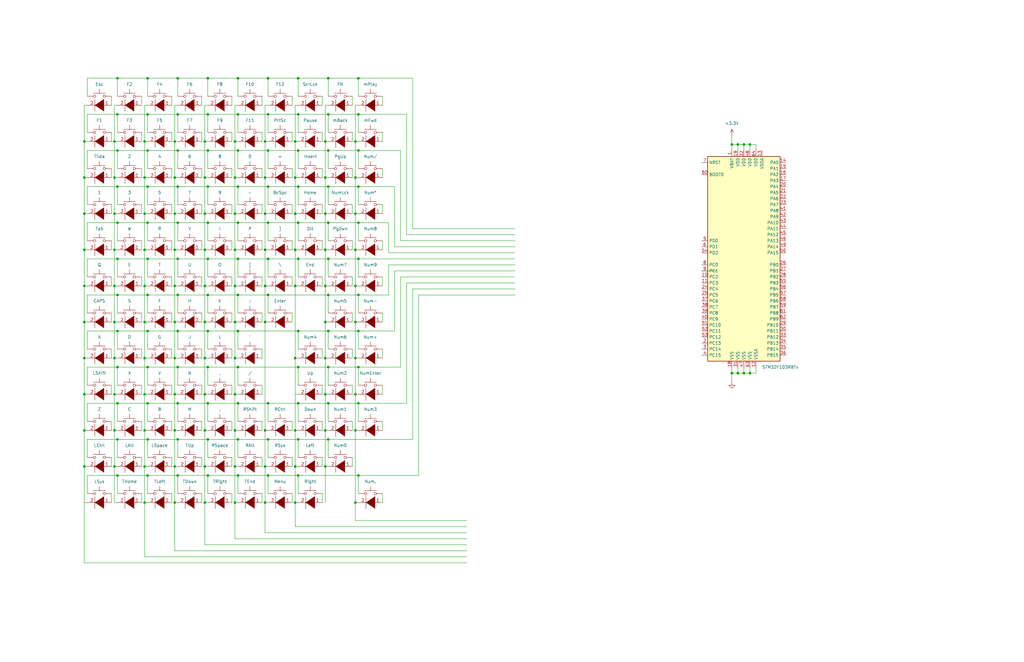
<source format=kicad_sch>
(kicad_sch (version 20211123) (generator eeschema)
  (paper "User" 431.8 279.4)
  (junction (at 100.33 93.98))
  (junction (at 60.96 105.41))
  (junction (at 138.43 48.26))
  (junction (at 137.16 74.93))
  (junction (at 138.43 154.94))
  (junction (at 100.33 185.42))
  (junction (at 308.61 157.48))
  (junction (at 124.46 105.41))
  (junction (at 48.26 181.61))
  (junction (at 100.33 124.46))
  (junction (at 73.66 135.89))
  (junction (at 60.96 181.61))
  (junction (at 48.26 166.37))
  (junction (at 49.53 139.7))
  (junction (at 125.73 185.42))
  (junction (at 111.76 74.93))
  (junction (at 100.33 170.18))
  (junction (at 113.03 185.42))
  (junction (at 151.13 170.18))
  (junction (at 62.23 200.66))
  (junction (at 137.16 135.89))
  (junction (at 49.53 154.94))
  (junction (at 74.93 109.22))
  (junction (at 35.56 74.93))
  (junction (at 86.36 74.93))
  (junction (at 149.86 74.93))
  (junction (at 138.43 33.02))
  (junction (at 151.13 109.22))
  (junction (at 311.15 157.48))
  (junction (at 124.46 151.13))
  (junction (at 151.13 78.74))
  (junction (at 111.76 196.85))
  (junction (at 86.36 151.13))
  (junction (at 49.53 93.98))
  (junction (at 137.16 181.61))
  (junction (at 316.23 60.96))
  (junction (at 74.93 139.7))
  (junction (at 73.66 120.65))
  (junction (at 74.93 154.94))
  (junction (at 316.23 157.48))
  (junction (at 111.76 90.17))
  (junction (at 86.36 59.69))
  (junction (at 48.26 74.93))
  (junction (at 48.26 151.13))
  (junction (at 111.76 135.89))
  (junction (at 125.73 109.22))
  (junction (at 62.23 48.26))
  (junction (at 113.03 33.02))
  (junction (at 125.73 48.26))
  (junction (at 35.56 120.65))
  (junction (at 124.46 90.17))
  (junction (at 62.23 170.18))
  (junction (at 149.86 59.69))
  (junction (at 125.73 200.66))
  (junction (at 49.53 109.22))
  (junction (at 151.13 63.5))
  (junction (at 74.93 78.74))
  (junction (at 62.23 124.46))
  (junction (at 49.53 124.46))
  (junction (at 151.13 48.26))
  (junction (at 87.63 124.46))
  (junction (at 60.96 59.69))
  (junction (at 151.13 33.02))
  (junction (at 73.66 105.41))
  (junction (at 62.23 154.94))
  (junction (at 151.13 124.46))
  (junction (at 62.23 139.7))
  (junction (at 311.15 60.96))
  (junction (at 73.66 181.61))
  (junction (at 113.03 93.98))
  (junction (at 73.66 59.69))
  (junction (at 62.23 33.02))
  (junction (at 151.13 93.98))
  (junction (at 100.33 48.26))
  (junction (at 100.33 200.66))
  (junction (at 35.56 90.17))
  (junction (at 100.33 154.94))
  (junction (at 137.16 120.65))
  (junction (at 62.23 93.98))
  (junction (at 35.56 151.13))
  (junction (at 113.03 124.46))
  (junction (at 48.26 120.65))
  (junction (at 138.43 185.42))
  (junction (at 137.16 151.13))
  (junction (at 49.53 185.42))
  (junction (at 86.36 196.85))
  (junction (at 86.36 166.37))
  (junction (at 100.33 78.74))
  (junction (at 62.23 78.74))
  (junction (at 48.26 196.85))
  (junction (at 49.53 200.66))
  (junction (at 48.26 90.17))
  (junction (at 149.86 90.17))
  (junction (at 87.63 78.74))
  (junction (at 87.63 93.98))
  (junction (at 60.96 74.93))
  (junction (at 74.93 48.26))
  (junction (at 62.23 63.5))
  (junction (at 125.73 170.18))
  (junction (at 49.53 48.26))
  (junction (at 149.86 105.41))
  (junction (at 74.93 33.02))
  (junction (at 60.96 151.13))
  (junction (at 49.53 170.18))
  (junction (at 149.86 135.89))
  (junction (at 99.06 74.93))
  (junction (at 313.69 60.96))
  (junction (at 113.03 109.22))
  (junction (at 35.56 181.61))
  (junction (at 60.96 90.17))
  (junction (at 149.86 181.61))
  (junction (at 138.43 124.46))
  (junction (at 49.53 78.74))
  (junction (at 125.73 78.74))
  (junction (at 74.93 124.46))
  (junction (at 73.66 166.37))
  (junction (at 149.86 166.37))
  (junction (at 137.16 166.37))
  (junction (at 86.36 212.09))
  (junction (at 111.76 181.61))
  (junction (at 125.73 93.98))
  (junction (at 60.96 120.65))
  (junction (at 111.76 59.69))
  (junction (at 99.06 196.85))
  (junction (at 100.33 139.7))
  (junction (at 86.36 120.65))
  (junction (at 99.06 90.17))
  (junction (at 151.13 200.66))
  (junction (at 35.56 59.69))
  (junction (at 124.46 120.65))
  (junction (at 74.93 170.18))
  (junction (at 60.96 166.37))
  (junction (at 99.06 151.13))
  (junction (at 149.86 120.65))
  (junction (at 87.63 200.66))
  (junction (at 73.66 151.13))
  (junction (at 149.86 212.09))
  (junction (at 73.66 196.85))
  (junction (at 151.13 139.7))
  (junction (at 74.93 200.66))
  (junction (at 99.06 120.65))
  (junction (at 138.43 63.5))
  (junction (at 113.03 200.66))
  (junction (at 111.76 212.09))
  (junction (at 99.06 166.37))
  (junction (at 99.06 59.69))
  (junction (at 35.56 105.41))
  (junction (at 87.63 48.26))
  (junction (at 87.63 63.5))
  (junction (at 35.56 135.89))
  (junction (at 124.46 59.69))
  (junction (at 111.76 120.65))
  (junction (at 151.13 154.94))
  (junction (at 138.43 93.98))
  (junction (at 74.93 63.5))
  (junction (at 137.16 90.17))
  (junction (at 137.16 196.85))
  (junction (at 99.06 135.89))
  (junction (at 48.26 59.69))
  (junction (at 99.06 212.09))
  (junction (at 87.63 154.94))
  (junction (at 86.36 105.41))
  (junction (at 62.23 185.42))
  (junction (at 138.43 170.18))
  (junction (at 137.16 59.69))
  (junction (at 111.76 105.41))
  (junction (at 124.46 196.85))
  (junction (at 124.46 181.61))
  (junction (at 87.63 170.18))
  (junction (at 60.96 212.09))
  (junction (at 137.16 105.41))
  (junction (at 35.56 196.85))
  (junction (at 74.93 93.98))
  (junction (at 100.33 33.02))
  (junction (at 60.96 135.89))
  (junction (at 124.46 74.93))
  (junction (at 100.33 63.5))
  (junction (at 138.43 78.74))
  (junction (at 74.93 185.42))
  (junction (at 100.33 109.22))
  (junction (at 49.53 33.02))
  (junction (at 73.66 74.93))
  (junction (at 125.73 63.5))
  (junction (at 62.23 109.22))
  (junction (at 308.61 60.96))
  (junction (at 125.73 33.02))
  (junction (at 87.63 33.02))
  (junction (at 73.66 90.17))
  (junction (at 113.03 78.74))
  (junction (at 124.46 212.09))
  (junction (at 49.53 63.5))
  (junction (at 87.63 185.42))
  (junction (at 138.43 109.22))
  (junction (at 48.26 135.89))
  (junction (at 86.36 90.17))
  (junction (at 35.56 166.37))
  (junction (at 125.73 139.7))
  (junction (at 149.86 151.13))
  (junction (at 313.69 157.48))
  (junction (at 99.06 181.61))
  (junction (at 48.26 105.41))
  (junction (at 113.03 48.26))
  (junction (at 125.73 154.94))
  (junction (at 113.03 170.18))
  (junction (at 99.06 105.41))
  (junction (at 60.96 196.85))
  (junction (at 138.43 139.7))
  (junction (at 87.63 109.22))
  (junction (at 86.36 135.89))
  (junction (at 113.03 63.5))
  (junction (at 86.36 181.61))
  (junction (at 87.63 139.7))
  (junction (at 73.66 212.09))
  (wire (pts (xy 100.33 63.5) (xy 113.03 63.5)))
  (wire (pts (xy 100.33 48.26) (xy 113.03 48.26)))
  (wire (pts (xy 173.99 33.02) (xy 173.99 96.52)))
  (wire (pts (xy 74.93 93.98) (xy 74.93 101.6)))
  (wire (pts (xy 60.96 234.95) (xy 196.85 234.95)))
  (wire (pts (xy 74.93 181.61) (xy 73.66 181.61)))
  (wire (pts (xy 100.33 59.69) (xy 99.06 59.69)))
  (wire (pts (xy 308.61 60.96) (xy 311.15 60.96)))
  (wire (pts (xy 308.61 154.94) (xy 308.61 157.48)))
  (wire (pts (xy 73.66 105.41) (xy 73.66 120.65)))
  (wire (pts (xy 110.49 71.12) (xy 110.49 74.93)))
  (wire (pts (xy 318.77 157.48) (xy 318.77 154.94)))
  (wire (pts (xy 100.33 93.98) (xy 100.33 101.6)))
  (wire (pts (xy 311.15 157.48) (xy 311.15 154.94)))
  (wire (pts (xy 62.23 124.46) (xy 74.93 124.46)))
  (wire (pts (xy 125.73 185.42) (xy 138.43 185.42)))
  (wire (pts (xy 74.93 185.42) (xy 74.93 193.04)))
  (wire (pts (xy 151.13 105.41) (xy 149.86 105.41)))
  (wire (pts (xy 100.33 109.22) (xy 113.03 109.22)))
  (wire (pts (xy 36.83 109.22) (xy 49.53 109.22)))
  (wire (pts (xy 59.69 71.12) (xy 59.69 74.93)))
  (wire (pts (xy 163.83 106.68) (xy 217.17 106.68)))
  (wire (pts (xy 138.43 170.18) (xy 138.43 177.8)))
  (wire (pts (xy 35.56 59.69) (xy 35.56 74.93)))
  (wire (pts (xy 137.16 59.69) (xy 137.16 74.93)))
  (wire (pts (xy 62.23 109.22) (xy 62.23 116.84)))
  (wire (pts (xy 74.93 78.74) (xy 87.63 78.74)))
  (wire (pts (xy 87.63 166.37) (xy 86.36 166.37)))
  (wire (pts (xy 100.33 135.89) (xy 99.06 135.89)))
  (wire (pts (xy 72.39 101.6) (xy 72.39 105.41)))
  (wire (pts (xy 74.93 93.98) (xy 87.63 93.98)))
  (wire (pts (xy 87.63 109.22) (xy 100.33 109.22)))
  (wire (pts (xy 125.73 154.94) (xy 125.73 162.56)))
  (wire (pts (xy 125.73 170.18) (xy 125.73 177.8)))
  (wire (pts (xy 99.06 166.37) (xy 99.06 181.61)))
  (wire (pts (xy 113.03 63.5) (xy 113.03 71.12)))
  (wire (pts (xy 87.63 109.22) (xy 87.63 116.84)))
  (wire (pts (xy 161.29 116.84) (xy 161.29 120.65)))
  (wire (pts (xy 111.76 105.41) (xy 111.76 120.65)))
  (wire (pts (xy 74.93 33.02) (xy 74.93 40.64)))
  (wire (pts (xy 148.59 71.12) (xy 148.59 74.93)))
  (wire (pts (xy 49.53 170.18) (xy 62.23 170.18)))
  (wire (pts (xy 49.53 78.74) (xy 49.53 86.36)))
  (wire (pts (xy 110.49 177.8) (xy 110.49 181.61)))
  (wire (pts (xy 36.83 63.5) (xy 36.83 71.12)))
  (wire (pts (xy 137.16 120.65) (xy 137.16 135.89)))
  (wire (pts (xy 110.49 132.08) (xy 110.49 135.89)))
  (wire (pts (xy 87.63 139.7) (xy 100.33 139.7)))
  (wire (pts (xy 123.19 86.36) (xy 123.19 90.17)))
  (wire (pts (xy 151.13 212.09) (xy 149.86 212.09)))
  (wire (pts (xy 138.43 48.26) (xy 138.43 55.88)))
  (wire (pts (xy 176.53 200.66) (xy 176.53 124.46)))
  (wire (pts (xy 59.69 162.56) (xy 59.69 166.37)))
  (wire (pts (xy 125.73 78.74) (xy 125.73 86.36)))
  (wire (pts (xy 49.53 154.94) (xy 62.23 154.94)))
  (wire (pts (xy 97.79 193.04) (xy 97.79 196.85)))
  (wire (pts (xy 60.96 212.09) (xy 60.96 234.95)))
  (wire (pts (xy 99.06 212.09) (xy 99.06 227.33)))
  (wire (pts (xy 138.43 139.7) (xy 151.13 139.7)))
  (wire (pts (xy 49.53 151.13) (xy 48.26 151.13)))
  (wire (pts (xy 48.26 90.17) (xy 48.26 105.41)))
  (wire (pts (xy 36.83 151.13) (xy 35.56 151.13)))
  (wire (pts (xy 100.33 151.13) (xy 99.06 151.13)))
  (wire (pts (xy 151.13 63.5) (xy 168.91 63.5)))
  (wire (pts (xy 125.73 48.26) (xy 138.43 48.26)))
  (wire (pts (xy 138.43 78.74) (xy 151.13 78.74)))
  (wire (pts (xy 36.83 170.18) (xy 49.53 170.18)))
  (wire (pts (xy 73.66 74.93) (xy 73.66 90.17)))
  (wire (pts (xy 59.69 116.84) (xy 59.69 120.65)))
  (wire (pts (xy 74.93 139.7) (xy 87.63 139.7)))
  (wire (pts (xy 36.83 48.26) (xy 36.83 55.88)))
  (wire (pts (xy 151.13 170.18) (xy 151.13 177.8)))
  (wire (pts (xy 100.33 78.74) (xy 100.33 86.36)))
  (wire (pts (xy 72.39 208.28) (xy 72.39 212.09)))
  (wire (pts (xy 49.53 48.26) (xy 62.23 48.26)))
  (wire (pts (xy 100.33 124.46) (xy 100.33 132.08)))
  (wire (pts (xy 138.43 151.13) (xy 137.16 151.13)))
  (wire (pts (xy 113.03 212.09) (xy 111.76 212.09)))
  (wire (pts (xy 148.59 101.6) (xy 148.59 105.41)))
  (wire (pts (xy 100.33 139.7) (xy 100.33 147.32)))
  (wire (pts (xy 100.33 185.42) (xy 100.33 193.04)))
  (wire (pts (xy 163.83 93.98) (xy 163.83 106.68)))
  (wire (pts (xy 85.09 147.32) (xy 85.09 151.13)))
  (wire (pts (xy 138.43 166.37) (xy 137.16 166.37)))
  (wire (pts (xy 49.53 139.7) (xy 49.53 147.32)))
  (wire (pts (xy 125.73 154.94) (xy 138.43 154.94)))
  (wire (pts (xy 62.23 109.22) (xy 74.93 109.22)))
  (wire (pts (xy 62.23 124.46) (xy 62.23 132.08)))
  (wire (pts (xy 74.93 124.46) (xy 87.63 124.46)))
  (wire (pts (xy 36.83 212.09) (xy 35.56 212.09)))
  (wire (pts (xy 124.46 90.17) (xy 124.46 105.41)))
  (wire (pts (xy 46.99 177.8) (xy 46.99 181.61)))
  (wire (pts (xy 35.56 181.61) (xy 35.56 196.85)))
  (wire (pts (xy 49.53 185.42) (xy 62.23 185.42)))
  (wire (pts (xy 35.56 196.85) (xy 35.56 237.49)))
  (wire (pts (xy 74.93 33.02) (xy 87.63 33.02)))
  (wire (pts (xy 35.56 166.37) (xy 35.56 181.61)))
  (wire (pts (xy 161.29 177.8) (xy 161.29 181.61)))
  (wire (pts (xy 100.33 166.37) (xy 99.06 166.37)))
  (wire (pts (xy 100.33 48.26) (xy 100.33 55.88)))
  (wire (pts (xy 125.73 185.42) (xy 125.73 193.04)))
  (wire (pts (xy 72.39 132.08) (xy 72.39 135.89)))
  (wire (pts (xy 87.63 124.46) (xy 100.33 124.46)))
  (wire (pts (xy 110.49 147.32) (xy 110.49 151.13)))
  (wire (pts (xy 149.86 219.71) (xy 196.85 219.71)))
  (wire (pts (xy 87.63 135.89) (xy 86.36 135.89)))
  (wire (pts (xy 113.03 48.26) (xy 125.73 48.26)))
  (wire (pts (xy 138.43 181.61) (xy 137.16 181.61)))
  (wire (pts (xy 60.96 120.65) (xy 60.96 135.89)))
  (wire (pts (xy 148.59 162.56) (xy 148.59 166.37)))
  (wire (pts (xy 36.83 33.02) (xy 36.83 40.64)))
  (wire (pts (xy 151.13 135.89) (xy 149.86 135.89)))
  (wire (pts (xy 49.53 200.66) (xy 62.23 200.66)))
  (wire (pts (xy 73.66 151.13) (xy 73.66 166.37)))
  (wire (pts (xy 87.63 185.42) (xy 100.33 185.42)))
  (wire (pts (xy 138.43 196.85) (xy 137.16 196.85)))
  (wire (pts (xy 73.66 196.85) (xy 73.66 212.09)))
  (wire (pts (xy 46.99 132.08) (xy 46.99 135.89)))
  (wire (pts (xy 36.83 124.46) (xy 49.53 124.46)))
  (wire (pts (xy 73.66 44.45) (xy 73.66 59.69)))
  (wire (pts (xy 124.46 105.41) (xy 124.46 120.65)))
  (wire (pts (xy 87.63 78.74) (xy 100.33 78.74)))
  (wire (pts (xy 36.83 105.41) (xy 35.56 105.41)))
  (wire (pts (xy 86.36 74.93) (xy 86.36 90.17)))
  (wire (pts (xy 100.33 93.98) (xy 113.03 93.98)))
  (wire (pts (xy 85.09 132.08) (xy 85.09 135.89)))
  (wire (pts (xy 318.77 60.96) (xy 318.77 63.5)))
  (wire (pts (xy 36.83 154.94) (xy 49.53 154.94)))
  (wire (pts (xy 111.76 224.79) (xy 196.85 224.79)))
  (wire (pts (xy 62.23 139.7) (xy 74.93 139.7)))
  (wire (pts (xy 168.91 63.5) (xy 168.91 101.6)))
  (wire (pts (xy 73.66 120.65) (xy 73.66 135.89)))
  (wire (pts (xy 168.91 116.84) (xy 217.17 116.84)))
  (wire (pts (xy 125.73 93.98) (xy 138.43 93.98)))
  (wire (pts (xy 113.03 78.74) (xy 113.03 86.36)))
  (wire (pts (xy 62.23 48.26) (xy 74.93 48.26)))
  (wire (pts (xy 148.59 40.64) (xy 148.59 44.45)))
  (wire (pts (xy 148.59 177.8) (xy 148.59 181.61)))
  (wire (pts (xy 36.83 63.5) (xy 49.53 63.5)))
  (wire (pts (xy 100.33 200.66) (xy 113.03 200.66)))
  (wire (pts (xy 113.03 93.98) (xy 125.73 93.98)))
  (wire (pts (xy 151.13 33.02) (xy 151.13 40.64)))
  (wire (pts (xy 48.26 74.93) (xy 48.26 90.17)))
  (wire (pts (xy 74.93 139.7) (xy 74.93 147.32)))
  (wire (pts (xy 138.43 33.02) (xy 151.13 33.02)))
  (wire (pts (xy 97.79 101.6) (xy 97.79 105.41)))
  (wire (pts (xy 171.45 119.38) (xy 217.17 119.38)))
  (wire (pts (xy 49.53 170.18) (xy 49.53 177.8)))
  (wire (pts (xy 86.36 181.61) (xy 86.36 196.85)))
  (wire (pts (xy 48.26 196.85) (xy 48.26 212.09)))
  (wire (pts (xy 113.03 200.66) (xy 125.73 200.66)))
  (wire (pts (xy 87.63 185.42) (xy 87.63 193.04)))
  (wire (pts (xy 111.76 74.93) (xy 111.76 90.17)))
  (wire (pts (xy 125.73 166.37) (xy 124.46 166.37)))
  (wire (pts (xy 125.73 33.02) (xy 138.43 33.02)))
  (wire (pts (xy 74.93 109.22) (xy 87.63 109.22)))
  (wire (pts (xy 125.73 139.7) (xy 125.73 147.32)))
  (wire (pts (xy 72.39 177.8) (xy 72.39 181.61)))
  (wire (pts (xy 62.23 166.37) (xy 60.96 166.37)))
  (wire (pts (xy 87.63 200.66) (xy 100.33 200.66)))
  (wire (pts (xy 161.29 162.56) (xy 161.29 166.37)))
  (wire (pts (xy 46.99 193.04) (xy 46.99 196.85)))
  (wire (pts (xy 74.93 200.66) (xy 87.63 200.66)))
  (wire (pts (xy 100.33 124.46) (xy 113.03 124.46)))
  (wire (pts (xy 113.03 200.66) (xy 113.03 208.28)))
  (wire (pts (xy 151.13 78.74) (xy 166.37 78.74)))
  (wire (pts (xy 62.23 78.74) (xy 62.23 86.36)))
  (wire (pts (xy 113.03 185.42) (xy 125.73 185.42)))
  (wire (pts (xy 87.63 93.98) (xy 100.33 93.98)))
  (wire (pts (xy 113.03 93.98) (xy 113.03 101.6)))
  (wire (pts (xy 171.45 99.06) (xy 217.17 99.06)))
  (wire (pts (xy 151.13 139.7) (xy 151.13 147.32)))
  (wire (pts (xy 97.79 208.28) (xy 97.79 212.09)))
  (wire (pts (xy 85.09 193.04) (xy 85.09 196.85)))
  (wire (pts (xy 125.73 90.17) (xy 124.46 90.17)))
  (wire (pts (xy 168.91 154.94) (xy 168.91 116.84)))
  (wire (pts (xy 35.56 237.49) (xy 196.85 237.49)))
  (wire (pts (xy 113.03 33.02) (xy 125.73 33.02)))
  (wire (pts (xy 100.33 33.02) (xy 113.03 33.02)))
  (wire (pts (xy 46.99 40.64) (xy 46.99 44.45)))
  (wire (pts (xy 46.99 101.6) (xy 46.99 105.41)))
  (wire (pts (xy 60.96 166.37) (xy 60.96 181.61)))
  (wire (pts (xy 36.83 78.74) (xy 49.53 78.74)))
  (wire (pts (xy 138.43 139.7) (xy 138.43 147.32)))
  (wire (pts (xy 113.03 59.69) (xy 111.76 59.69)))
  (wire (pts (xy 49.53 33.02) (xy 62.23 33.02)))
  (wire (pts (xy 46.99 55.88) (xy 46.99 59.69)))
  (wire (pts (xy 36.83 196.85) (xy 35.56 196.85)))
  (wire (pts (xy 36.83 154.94) (xy 36.83 162.56)))
  (wire (pts (xy 161.29 132.08) (xy 161.29 135.89)))
  (wire (pts (xy 151.13 154.94) (xy 151.13 162.56)))
  (wire (pts (xy 72.39 116.84) (xy 72.39 120.65)))
  (wire (pts (xy 316.23 157.48) (xy 318.77 157.48)))
  (wire (pts (xy 100.33 185.42) (xy 113.03 185.42)))
  (wire (pts (xy 151.13 124.46) (xy 151.13 132.08)))
  (wire (pts (xy 74.93 185.42) (xy 87.63 185.42)))
  (wire (pts (xy 113.03 135.89) (xy 111.76 135.89)))
  (wire (pts (xy 100.33 74.93) (xy 99.06 74.93)))
  (wire (pts (xy 124.46 59.69) (xy 124.46 74.93)))
  (wire (pts (xy 99.06 74.93) (xy 99.06 90.17)))
  (wire (pts (xy 60.96 90.17) (xy 60.96 105.41)))
  (wire (pts (xy 36.83 200.66) (xy 49.53 200.66)))
  (wire (pts (xy 72.39 162.56) (xy 72.39 166.37)))
  (wire (pts (xy 49.53 63.5) (xy 49.53 71.12)))
  (wire (pts (xy 62.23 170.18) (xy 74.93 170.18)))
  (wire (pts (xy 97.79 177.8) (xy 97.79 181.61)))
  (wire (pts (xy 73.66 212.09) (xy 73.66 232.41)))
  (wire (pts (xy 100.33 200.66) (xy 100.33 208.28)))
  (wire (pts (xy 110.49 208.28) (xy 110.49 212.09)))
  (wire (pts (xy 49.53 154.94) (xy 49.53 162.56)))
  (wire (pts (xy 87.63 200.66) (xy 87.63 208.28)))
  (wire (pts (xy 166.37 104.14) (xy 217.17 104.14)))
  (wire (pts (xy 48.26 151.13) (xy 48.26 166.37)))
  (wire (pts (xy 59.69 208.28) (xy 59.69 212.09)))
  (wire (pts (xy 100.33 78.74) (xy 113.03 78.74)))
  (wire (pts (xy 123.19 55.88) (xy 123.19 59.69)))
  (wire (pts (xy 87.63 48.26) (xy 87.63 55.88)))
  (wire (pts (xy 86.36 212.09) (xy 86.36 229.87)))
  (wire (pts (xy 125.73 170.18) (xy 138.43 170.18)))
  (wire (pts (xy 48.26 166.37) (xy 48.26 181.61)))
  (wire (pts (xy 316.23 157.48) (xy 316.23 154.94)))
  (wire (pts (xy 74.93 78.74) (xy 74.93 86.36)))
  (wire (pts (xy 87.63 93.98) (xy 87.63 101.6)))
  (wire (pts (xy 313.69 157.48) (xy 313.69 154.94)))
  (wire (pts (xy 125.73 200.66) (xy 151.13 200.66)))
  (wire (pts (xy 97.79 40.64) (xy 97.79 44.45)))
  (wire (pts (xy 113.03 44.45) (xy 111.76 44.45)))
  (wire (pts (xy 74.93 74.93) (xy 73.66 74.93)))
  (wire (pts (xy 151.13 59.69) (xy 149.86 59.69)))
  (wire (pts (xy 151.13 63.5) (xy 151.13 71.12)))
  (wire (pts (xy 87.63 63.5) (xy 87.63 71.12)))
  (wire (pts (xy 311.15 60.96) (xy 313.69 60.96)))
  (wire (pts (xy 151.13 93.98) (xy 163.83 93.98)))
  (wire (pts (xy 176.53 124.46) (xy 217.17 124.46)))
  (wire (pts (xy 35.56 105.41) (xy 35.56 120.65)))
  (wire (pts (xy 49.53 135.89) (xy 48.26 135.89)))
  (wire (pts (xy 49.53 120.65) (xy 48.26 120.65)))
  (wire (pts (xy 135.89 193.04) (xy 135.89 196.85)))
  (wire (pts (xy 97.79 86.36) (xy 97.79 90.17)))
  (wire (pts (xy 100.33 196.85) (xy 99.06 196.85)))
  (wire (pts (xy 125.73 139.7) (xy 138.43 139.7)))
  (wire (pts (xy 124.46 222.25) (xy 196.85 222.25)))
  (wire (pts (xy 125.73 120.65) (xy 124.46 120.65)))
  (wire (pts (xy 74.93 44.45) (xy 73.66 44.45)))
  (wire (pts (xy 49.53 109.22) (xy 62.23 109.22)))
  (wire (pts (xy 138.43 185.42) (xy 138.43 193.04)))
  (wire (pts (xy 151.13 170.18) (xy 171.45 170.18)))
  (wire (pts (xy 87.63 48.26) (xy 100.33 48.26)))
  (wire (pts (xy 100.33 109.22) (xy 100.33 116.84)))
  (wire (pts (xy 316.23 60.96) (xy 318.77 60.96)))
  (wire (pts (xy 74.93 166.37) (xy 73.66 166.37)))
  (wire (pts (xy 74.93 59.69) (xy 73.66 59.69)))
  (wire (pts (xy 151.13 33.02) (xy 173.99 33.02)))
  (wire (pts (xy 60.96 74.93) (xy 60.96 90.17)))
  (wire (pts (xy 100.33 154.94) (xy 125.73 154.94)))
  (wire (pts (xy 59.69 40.64) (xy 59.69 44.45)))
  (wire (pts (xy 125.73 33.02) (xy 125.73 40.64)))
  (wire (pts (xy 111.76 212.09) (xy 111.76 224.79)))
  (wire (pts (xy 151.13 124.46) (xy 163.83 124.46)))
  (wire (pts (xy 113.03 196.85) (xy 111.76 196.85)))
  (wire (pts (xy 72.39 147.32) (xy 72.39 151.13)))
  (wire (pts (xy 138.43 93.98) (xy 151.13 93.98)))
  (wire (pts (xy 111.76 196.85) (xy 111.76 212.09)))
  (wire (pts (xy 85.09 40.64) (xy 85.09 44.45)))
  (wire (pts (xy 49.53 105.41) (xy 48.26 105.41)))
  (wire (pts (xy 148.59 132.08) (xy 148.59 135.89)))
  (wire (pts (xy 59.69 147.32) (xy 59.69 151.13)))
  (wire (pts (xy 73.66 232.41) (xy 196.85 232.41)))
  (wire (pts (xy 148.59 86.36) (xy 148.59 90.17)))
  (wire (pts (xy 148.59 193.04) (xy 148.59 196.85)))
  (wire (pts (xy 135.89 177.8) (xy 135.89 181.61)))
  (wire (pts (xy 87.63 120.65) (xy 86.36 120.65)))
  (wire (pts (xy 100.33 170.18) (xy 100.33 177.8)))
  (wire (pts (xy 86.36 196.85) (xy 86.36 212.09)))
  (wire (pts (xy 62.23 151.13) (xy 60.96 151.13)))
  (wire (pts (xy 97.79 162.56) (xy 97.79 166.37)))
  (wire (pts (xy 72.39 86.36) (xy 72.39 90.17)))
  (wire (pts (xy 113.03 105.41) (xy 111.76 105.41)))
  (wire (pts (xy 125.73 212.09) (xy 124.46 212.09)))
  (wire (pts (xy 138.43 44.45) (xy 137.16 44.45)))
  (wire (pts (xy 151.13 154.94) (xy 168.91 154.94)))
  (wire (pts (xy 87.63 78.74) (xy 87.63 86.36)))
  (wire (pts (xy 36.83 124.46) (xy 36.83 132.08)))
  (wire (pts (xy 125.73 44.45) (xy 124.46 44.45)))
  (wire (pts (xy 135.89 71.12) (xy 135.89 74.93)))
  (wire (pts (xy 62.23 196.85) (xy 60.96 196.85)))
  (wire (pts (xy 74.93 48.26) (xy 74.93 55.88)))
  (wire (pts (xy 149.86 74.93) (xy 149.86 90.17)))
  (wire (pts (xy 113.03 48.26) (xy 113.03 55.88)))
  (wire (pts (xy 166.37 139.7) (xy 166.37 114.3)))
  (wire (pts (xy 161.29 147.32) (xy 161.29 151.13)))
  (wire (pts (xy 173.99 121.92) (xy 217.17 121.92)))
  (wire (pts (xy 86.36 151.13) (xy 86.36 166.37)))
  (wire (pts (xy 62.23 154.94) (xy 62.23 162.56)))
  (wire (pts (xy 125.73 105.41) (xy 124.46 105.41)))
  (wire (pts (xy 62.23 154.94) (xy 74.93 154.94)))
  (wire (pts (xy 49.53 109.22) (xy 49.53 116.84)))
  (wire (pts (xy 46.99 116.84) (xy 46.99 120.65)))
  (wire (pts (xy 74.93 48.26) (xy 87.63 48.26)))
  (wire (pts (xy 99.06 120.65) (xy 99.06 135.89)))
  (wire (pts (xy 62.23 59.69) (xy 60.96 59.69)))
  (wire (pts (xy 87.63 33.02) (xy 87.63 40.64)))
  (wire (pts (xy 99.06 59.69) (xy 99.06 74.93)))
  (wire (pts (xy 85.09 101.6) (xy 85.09 105.41)))
  (wire (pts (xy 85.09 86.36) (xy 85.09 90.17)))
  (wire (pts (xy 74.93 109.22) (xy 74.93 116.84)))
  (wire (pts (xy 73.66 166.37) (xy 73.66 181.61)))
  (wire (pts (xy 74.93 151.13) (xy 73.66 151.13)))
  (wire (pts (xy 124.46 44.45) (xy 124.46 59.69)))
  (wire (pts (xy 125.73 74.93) (xy 124.46 74.93)))
  (wire (pts (xy 111.76 59.69) (xy 111.76 74.93)))
  (wire (pts (xy 49.53 48.26) (xy 49.53 55.88)))
  (wire (pts (xy 49.53 44.45) (xy 48.26 44.45)))
  (wire (pts (xy 151.13 166.37) (xy 149.86 166.37)))
  (wire (pts (xy 62.23 181.61) (xy 60.96 181.61)))
  (wire (pts (xy 123.19 208.28) (xy 123.19 212.09)))
  (wire (pts (xy 87.63 151.13) (xy 86.36 151.13)))
  (wire (pts (xy 36.83 185.42) (xy 36.83 193.04)))
  (wire (pts (xy 149.86 105.41) (xy 149.86 120.65)))
  (wire (pts (xy 87.63 154.94) (xy 100.33 154.94)))
  (wire (pts (xy 100.33 154.94) (xy 100.33 162.56)))
  (wire (pts (xy 49.53 200.66) (xy 49.53 208.28)))
  (wire (pts (xy 72.39 71.12) (xy 72.39 74.93)))
  (wire (pts (xy 72.39 55.88) (xy 72.39 59.69)))
  (wire (pts (xy 97.79 132.08) (xy 97.79 135.89)))
  (wire (pts (xy 113.03 109.22) (xy 125.73 109.22)))
  (wire (pts (xy 35.56 44.45) (xy 35.56 59.69)))
  (wire (pts (xy 125.73 109.22) (xy 138.43 109.22)))
  (wire (pts (xy 311.15 60.96) (xy 311.15 63.5)))
  (wire (pts (xy 49.53 93.98) (xy 62.23 93.98)))
  (wire (pts (xy 149.86 44.45) (xy 149.86 59.69)))
  (wire (pts (xy 60.96 196.85) (xy 60.96 212.09)))
  (wire (pts (xy 173.99 185.42) (xy 173.99 121.92)))
  (wire (pts (xy 110.49 55.88) (xy 110.49 59.69)))
  (wire (pts (xy 113.03 170.18) (xy 125.73 170.18)))
  (wire (pts (xy 137.16 151.13) (xy 137.16 166.37)))
  (wire (pts (xy 62.23 212.09) (xy 60.96 212.09)))
  (wire (pts (xy 295.91 114.3) (xy 302.26 114.3)))
  (wire (pts (xy 137.16 105.41) (xy 137.16 120.65)))
  (wire (pts (xy 113.03 63.5) (xy 125.73 63.5)))
  (wire (pts (xy 161.29 101.6) (xy 161.29 105.41)))
  (wire (pts (xy 87.63 154.94) (xy 87.63 162.56)))
  (wire (pts (xy 35.56 90.17) (xy 35.56 105.41)))
  (wire (pts (xy 46.99 71.12) (xy 46.99 74.93)))
  (wire (pts (xy 138.43 90.17) (xy 137.16 90.17)))
  (wire (pts (xy 74.93 154.94) (xy 74.93 162.56)))
  (wire (pts (xy 138.43 170.18) (xy 151.13 170.18)))
  (wire (pts (xy 36.83 93.98) (xy 36.83 101.6)))
  (wire (pts (xy 74.93 63.5) (xy 87.63 63.5)))
  (wire (pts (xy 123.19 71.12) (xy 123.19 74.93)))
  (wire (pts (xy 163.83 111.76) (xy 217.17 111.76)))
  (wire (pts (xy 74.93 170.18) (xy 74.93 177.8)))
  (wire (pts (xy 151.13 48.26) (xy 151.13 55.88)))
  (wire (pts (xy 125.73 63.5) (xy 125.73 71.12)))
  (wire (pts (xy 74.93 63.5) (xy 74.93 71.12)))
  (wire (pts (xy 99.06 105.41) (xy 99.06 120.65)))
  (wire (pts (xy 49.53 196.85) (xy 48.26 196.85)))
  (wire (pts (xy 100.33 170.18) (xy 113.03 170.18)))
  (wire (pts (xy 99.06 44.45) (xy 99.06 59.69)))
  (wire (pts (xy 35.56 151.13) (xy 35.56 166.37)))
  (wire (pts (xy 138.43 120.65) (xy 137.16 120.65)))
  (wire (pts (xy 74.93 212.09) (xy 73.66 212.09)))
  (wire (pts (xy 62.23 90.17) (xy 60.96 90.17)))
  (wire (pts (xy 49.53 166.37) (xy 48.26 166.37)))
  (wire (pts (xy 124.46 196.85) (xy 124.46 212.09)))
  (wire (pts (xy 113.03 78.74) (xy 125.73 78.74)))
  (wire (pts (xy 149.86 120.65) (xy 149.86 135.89)))
  (wire (pts (xy 48.26 105.41) (xy 48.26 120.65)))
  (wire (pts (xy 313.69 157.48) (xy 316.23 157.48)))
  (wire (pts (xy 135.89 40.64) (xy 135.89 44.45)))
  (wire (pts (xy 113.03 181.61) (xy 111.76 181.61)))
  (wire (pts (xy 111.76 90.17) (xy 111.76 105.41)))
  (wire (pts (xy 138.43 105.41) (xy 137.16 105.41)))
  (wire (pts (xy 135.89 101.6) (xy 135.89 105.41)))
  (wire (pts (xy 48.26 59.69) (xy 48.26 74.93)))
  (wire (pts (xy 113.03 124.46) (xy 138.43 124.46)))
  (wire (pts (xy 138.43 63.5) (xy 138.43 71.12)))
  (wire (pts (xy 138.43 109.22) (xy 138.43 116.84)))
  (wire (pts (xy 60.96 59.69) (xy 60.96 74.93)))
  (wire (pts (xy 36.83 139.7) (xy 49.53 139.7)))
  (wire (pts (xy 125.73 151.13) (xy 124.46 151.13)))
  (wire (pts (xy 74.93 105.41) (xy 73.66 105.41)))
  (wire (pts (xy 113.03 120.65) (xy 111.76 120.65)))
  (wire (pts (xy 46.99 86.36) (xy 46.99 90.17)))
  (wire (pts (xy 161.29 86.36) (xy 161.29 90.17)))
  (wire (pts (xy 138.43 74.93) (xy 137.16 74.93)))
  (wire (pts (xy 87.63 139.7) (xy 87.63 147.32)))
  (wire (pts (xy 135.89 86.36) (xy 135.89 90.17)))
  (wire (pts (xy 149.86 166.37) (xy 149.86 181.61)))
  (wire (pts (xy 100.33 44.45) (xy 99.06 44.45)))
  (wire (pts (xy 74.93 200.66) (xy 74.93 208.28)))
  (wire (pts (xy 49.53 124.46) (xy 62.23 124.46)))
  (wire (pts (xy 125.73 181.61) (xy 124.46 181.61)))
  (wire (pts (xy 125.73 63.5) (xy 138.43 63.5)))
  (wire (pts (xy 35.56 135.89) (xy 35.56 151.13)))
  (wire (pts (xy 49.53 212.09) (xy 48.26 212.09)))
  (wire (pts (xy 161.29 55.88) (xy 161.29 59.69)))
  (wire (pts (xy 62.23 185.42) (xy 62.23 193.04)))
  (wire (pts (xy 60.96 151.13) (xy 60.96 166.37)))
  (wire (pts (xy 86.36 229.87) (xy 196.85 229.87)))
  (wire (pts (xy 149.86 59.69) (xy 149.86 74.93)))
  (wire (pts (xy 87.63 63.5) (xy 100.33 63.5)))
  (wire (pts (xy 171.45 170.18) (xy 171.45 119.38)))
  (wire (pts (xy 135.89 147.32) (xy 135.89 151.13)))
  (wire (pts (xy 123.19 116.84) (xy 123.19 120.65)))
  (wire (pts (xy 124.46 120.65) (xy 124.46 151.13)))
  (wire (pts (xy 151.13 200.66) (xy 151.13 208.28)))
  (wire (pts (xy 138.43 185.42) (xy 173.99 185.42)))
  (wire (pts (xy 62.23 93.98) (xy 62.23 101.6)))
  (wire (pts (xy 151.13 93.98) (xy 151.13 101.6)))
  (wire (pts (xy 100.33 90.17) (xy 99.06 90.17)))
  (wire (pts (xy 124.46 74.93) (xy 124.46 90.17)))
  (wire (pts (xy 123.19 101.6) (xy 123.19 105.41)))
  (wire (pts (xy 86.36 44.45) (xy 86.36 59.69)))
  (wire (pts (xy 149.86 212.09) (xy 149.86 219.71)))
  (wire (pts (xy 87.63 59.69) (xy 86.36 59.69)))
  (wire (pts (xy 100.33 181.61) (xy 99.06 181.61)))
  (wire (pts (xy 113.03 90.17) (xy 111.76 90.17)))
  (wire (pts (xy 62.23 135.89) (xy 60.96 135.89)))
  (wire (pts (xy 87.63 170.18) (xy 87.63 177.8)))
  (wire (pts (xy 86.36 59.69) (xy 86.36 74.93)))
  (wire (pts (xy 100.33 33.02) (xy 100.33 40.64)))
  (wire (pts (xy 149.86 135.89) (xy 149.86 151.13)))
  (wire (pts (xy 85.09 162.56) (xy 85.09 166.37)))
  (wire (pts (xy 138.43 154.94) (xy 138.43 162.56)))
  (wire (pts (xy 161.29 208.28) (xy 161.29 212.09)))
  (wire (pts (xy 99.06 151.13) (xy 99.06 166.37)))
  (wire (pts (xy 110.49 193.04) (xy 110.49 196.85)))
  (wire (pts (xy 163.83 124.46) (xy 163.83 111.76)))
  (wire (pts (xy 62.23 185.42) (xy 74.93 185.42)))
  (wire (pts (xy 74.93 124.46) (xy 74.93 132.08)))
  (wire (pts (xy 308.61 157.48) (xy 308.61 161.29)))
  (wire (pts (xy 111.76 181.61) (xy 111.76 196.85)))
  (wire (pts (xy 49.53 90.17) (xy 48.26 90.17)))
  (wire (pts (xy 86.36 90.17) (xy 86.36 105.41)))
  (wire (pts (xy 137.16 196.85) (xy 137.16 212.09)))
  (wire (pts (xy 85.09 55.88) (xy 85.09 59.69)))
  (wire (pts (xy 62.23 48.26) (xy 62.23 55.88)))
  (wire (pts (xy 87.63 44.45) (xy 86.36 44.45)))
  (wire (pts (xy 113.03 124.46) (xy 113.03 132.08)))
  (wire (pts (xy 125.73 196.85) (xy 124.46 196.85)))
  (wire (pts (xy 135.89 162.56) (xy 135.89 166.37)))
  (wire (pts (xy 48.26 135.89) (xy 48.26 151.13)))
  (wire (pts (xy 151.13 139.7) (xy 166.37 139.7)))
  (wire (pts (xy 87.63 196.85) (xy 86.36 196.85)))
  (wire (pts (xy 137.16 74.93) (xy 137.16 90.17)))
  (wire (pts (xy 113.03 170.18) (xy 113.03 177.8)))
  (wire (pts (xy 74.93 196.85) (xy 73.66 196.85)))
  (wire (pts (xy 151.13 120.65) (xy 149.86 120.65)))
  (wire (pts (xy 60.96 44.45) (xy 60.96 59.69)))
  (wire (pts (xy 151.13 151.13) (xy 149.86 151.13)))
  (wire (pts (xy 171.45 48.26) (xy 171.45 99.06)))
  (wire (pts (xy 125.73 59.69) (xy 124.46 59.69)))
  (wire (pts (xy 148.59 147.32) (xy 148.59 151.13)))
  (wire (pts (xy 124.46 151.13) (xy 124.46 181.61)))
  (wire (pts (xy 73.66 181.61) (xy 73.66 196.85)))
  (wire (pts (xy 36.83 166.37) (xy 35.56 166.37)))
  (wire (pts (xy 49.53 33.02) (xy 49.53 40.64)))
  (wire (pts (xy 86.36 120.65) (xy 86.36 135.89)))
  (wire (pts (xy 36.83 185.42) (xy 49.53 185.42)))
  (wire (pts (xy 138.43 63.5) (xy 151.13 63.5)))
  (wire (pts (xy 62.23 33.02) (xy 62.23 40.64)))
  (wire (pts (xy 36.83 59.69) (xy 35.56 59.69)))
  (wire (pts (xy 313.69 60.96) (xy 316.23 60.96)))
  (wire (pts (xy 36.83 90.17) (xy 35.56 90.17)))
  (wire (pts (xy 49.53 78.74) (xy 62.23 78.74)))
  (wire (pts (xy 72.39 193.04) (xy 72.39 196.85)))
  (wire (pts (xy 151.13 90.17) (xy 149.86 90.17)))
  (wire (pts (xy 74.93 135.89) (xy 73.66 135.89)))
  (wire (pts (xy 87.63 181.61) (xy 86.36 181.61)))
  (wire (pts (xy 99.06 181.61) (xy 99.06 196.85)))
  (wire (pts (xy 149.86 151.13) (xy 149.86 166.37)))
  (wire (pts (xy 125.73 48.26) (xy 125.73 55.88)))
  (wire (pts (xy 100.33 212.09) (xy 99.06 212.09)))
  (wire (pts (xy 138.43 109.22) (xy 151.13 109.22)))
  (wire (pts (xy 113.03 109.22) (xy 113.03 116.84)))
  (wire (pts (xy 138.43 154.94) (xy 151.13 154.94)))
  (wire (pts (xy 35.56 74.93) (xy 35.56 90.17)))
  (wire (pts (xy 87.63 105.41) (xy 86.36 105.41)))
  (wire (pts (xy 36.83 170.18) (xy 36.83 177.8)))
  (wire (pts (xy 73.66 90.17) (xy 73.66 105.41)))
  (wire (pts (xy 151.13 48.26) (xy 171.45 48.26)))
  (wire (pts (xy 60.96 105.41) (xy 60.96 120.65)))
  (wire (pts (xy 113.03 74.93) (xy 111.76 74.93)))
  (wire (pts (xy 49.53 124.46) (xy 49.53 132.08)))
  (wire (pts (xy 125.73 200.66) (xy 125.73 208.28)))
  (wire (pts (xy 308.61 60.96) (xy 308.61 63.5)))
  (wire (pts (xy 72.39 40.64) (xy 72.39 44.45)))
  (wire (pts (xy 125.73 93.98) (xy 125.73 101.6)))
  (wire (pts (xy 168.91 101.6) (xy 217.17 101.6)))
  (wire (pts (xy 125.73 109.22) (xy 125.73 116.84)))
  (wire (pts (xy 74.93 120.65) (xy 73.66 120.65)))
  (wire (pts (xy 123.19 40.64) (xy 123.19 44.45)))
  (wire (pts (xy 161.29 40.64) (xy 161.29 44.45)))
  (wire (pts (xy 73.66 59.69) (xy 73.66 74.93)))
  (wire (pts (xy 313.69 60.96) (xy 313.69 63.5)))
  (wire (pts (xy 151.13 109.22) (xy 217.17 109.22)))
  (wire (pts (xy 59.69 55.88) (xy 59.69 59.69)))
  (wire (pts (xy 110.49 86.36) (xy 110.49 90.17)))
  (wire (pts (xy 85.09 208.28) (xy 85.09 212.09)))
  (wire (pts (xy 316.23 60.96) (xy 316.23 63.5)))
  (wire (pts (xy 36.83 44.45) (xy 35.56 44.45)))
  (wire (pts (xy 100.33 120.65) (xy 99.06 120.65)))
  (wire (pts (xy 59.69 132.08) (xy 59.69 135.89)))
  (wire (pts (xy 49.53 59.69) (xy 48.26 59.69)))
  (wire (pts (xy 74.93 154.94) (xy 87.63 154.94)))
  (wire (pts (xy 59.69 86.36) (xy 59.69 90.17)))
  (wire (pts (xy 135.89 208.28) (xy 135.89 212.09)))
  (wire (pts (xy 87.63 170.18) (xy 100.33 170.18)))
  (wire (pts (xy 111.76 135.89) (xy 111.76 181.61)))
  (wire (pts (xy 166.37 114.3) (xy 217.17 114.3)))
  (wire (pts (xy 36.83 74.93) (xy 35.56 74.93)))
  (wire (pts (xy 85.09 71.12) (xy 85.09 74.93)))
  (wire (pts (xy 138.43 48.26) (xy 151.13 48.26)))
  (wire (pts (xy 161.29 71.12) (xy 161.29 74.93)))
  (wire (pts (xy 148.59 116.84) (xy 148.59 120.65)))
  (wire (pts (xy 148.59 55.88) (xy 148.59 59.69)))
  (wire (pts (xy 123.19 193.04) (xy 123.19 196.85)))
  (wire (pts (xy 62.23 105.41) (xy 60.96 105.41)))
  (wire (pts (xy 62.23 44.45) (xy 60.96 44.45)))
  (wire (pts (xy 123.19 177.8) (xy 123.19 181.61)))
  (wire (pts (xy 62.23 63.5) (xy 74.93 63.5)))
  (wire (pts (xy 308.61 57.15) (xy 308.61 60.96)))
  (wire (pts (xy 87.63 212.09) (xy 86.36 212.09)))
  (wire (pts (xy 36.83 109.22) (xy 36.83 116.84)))
  (wire (pts (xy 125.73 78.74) (xy 138.43 78.74)))
  (wire (pts (xy 99.06 135.89) (xy 99.06 151.13)))
  (wire (pts (xy 49.53 181.61) (xy 48.26 181.61)))
  (wire (pts (xy 97.79 116.84) (xy 97.79 120.65)))
  (wire (pts (xy 149.86 90.17) (xy 149.86 105.41)))
  (wire (pts (xy 36.83 78.74) (xy 36.83 86.36)))
  (wire (pts (xy 124.46 181.61) (xy 124.46 196.85)))
  (wire (pts (xy 49.53 93.98) (xy 49.53 101.6)))
  (wire (pts (xy 62.23 200.66) (xy 62.23 208.28)))
  (wire (pts (xy 46.99 147.32) (xy 46.99 151.13)))
  (wire (pts (xy 36.83 120.65) (xy 35.56 120.65)))
  (wire (pts (xy 135.89 116.84) (xy 135.89 120.65)))
  (wire (pts (xy 62.23 200.66) (xy 74.93 200.66)))
  (wire (pts (xy 110.49 116.84) (xy 110.49 120.65)))
  (wire (pts (xy 138.43 78.74) (xy 138.43 86.36)))
  (wire (pts (xy 173.99 96.52) (xy 217.17 96.52)))
  (wire (pts (xy 138.43 33.02) (xy 138.43 40.64)))
  (wire (pts (xy 113.03 33.02) (xy 113.03 40.64)))
  (wire (pts (xy 59.69 177.8) (xy 59.69 181.61)))
  (wire (pts (xy 151.13 78.74) (xy 151.13 86.36)))
  (wire (pts (xy 60.96 181.61) (xy 60.96 196.85)))
  (wire (pts (xy 110.49 40.64) (xy 110.49 44.45)))
  (wire (pts (xy 59.69 101.6) (xy 59.69 105.41)))
  (wire (pts (xy 49.53 63.5) (xy 62.23 63.5)))
  (wire (pts (xy 36.83 48.26) (xy 49.53 48.26)))
  (wire (pts (xy 138.43 59.69) (xy 137.16 59.69)))
  (wire (pts (xy 62.23 170.18) (xy 62.23 177.8)))
  (wire (pts (xy 48.26 181.61) (xy 48.26 196.85)))
  (wire (pts (xy 151.13 74.93) (xy 149.86 74.93)))
  (wire (pts (xy 99.06 90.17) (xy 99.06 105.41)))
  (wire (pts (xy 97.79 71.12) (xy 97.79 74.93)))
  (wire (pts (xy 36.83 181.61) (xy 35.56 181.61)))
  (wire (pts (xy 86.36 105.41) (xy 86.36 120.65)))
  (wire (pts (xy 110.49 162.56) (xy 110.49 166.37)))
  (wire (pts (xy 138.43 124.46) (xy 151.13 124.46)))
  (wire (pts (xy 111.76 44.45) (xy 111.76 59.69)))
  (wire (pts (xy 123.19 132.08) (xy 123.19 135.89)))
  (wire (pts (xy 149.86 181.61) (xy 149.86 212.09)))
  (wire (pts (xy 87.63 74.93) (xy 86.36 74.93)))
  (wire (pts (xy 36.83 93.98) (xy 49.53 93.98)))
  (wire (pts (xy 48.26 120.65) (xy 48.26 135.89)))
  (wire (pts (xy 62.23 63.5) (xy 62.23 71.12)))
  (wire (pts (xy 151.13 200.66) (xy 176.53 200.66)))
  (wire (pts (xy 36.83 135.89) (xy 35.56 135.89)))
  (wire (pts (xy 73.66 135.89) (xy 73.66 151.13)))
  (wire (pts (xy 100.33 105.41) (xy 99.06 105.41)))
  (wire (pts (xy 36.83 139.7) (xy 36.83 147.32)))
  (wire (pts (xy 46.99 162.56) (xy 46.99 166.37)))
  (wire (pts (xy 113.03 185.42) (xy 113.03 193.04)))
  (wire (pts (xy 74.93 170.18) (xy 87.63 170.18)))
  (wire (pts (xy 151.13 109.22) (xy 151.13 116.84)))
  (wire (pts (xy 59.69 193.04) (xy 59.69 196.85)))
  (wire (pts (xy 311.15 157.48) (xy 313.69 157.48)))
  (wire (pts (xy 308.61 157.48) (xy 311.15 157.48)))
  (wire (pts (xy 62.23 74.93) (xy 60.96 74.93)))
  (wire (pts (xy 48.26 44.45) (xy 48.26 59.69)))
  (wire (pts (xy 111.76 120.65) (xy 111.76 135.89)))
  (wire (pts (xy 110.49 101.6) (xy 110.49 105.41)))
  (wire (pts (xy 137.16 135.89) (xy 137.16 151.13)))
  (wire (pts (xy 138.43 93.98) (xy 138.43 101.6)))
  (wire (pts (xy 86.36 166.37) (xy 86.36 181.61)))
  (wire (pts (xy 87.63 33.02) (xy 100.33 33.02)))
  (wire (pts (xy 97.79 147.32) (xy 97.79 151.13)))
  (wire (pts (xy 36.83 33.02) (xy 49.53 33.02)))
  (wire (pts (xy 74.93 90.17) (xy 73.66 90.17)))
  (wire (pts (xy 87.63 124.46) (xy 87.63 132.08)))
  (wire (pts (xy 99.06 227.33) (xy 196.85 227.33)))
  (wire (pts (xy 36.83 200.66) (xy 36.83 208.28)))
  (wire (pts (xy 100.33 139.7) (xy 125.73 139.7)))
  (wire (pts (xy 49.53 74.93) (xy 48.26 74.93)))
  (wire (pts (xy 85.09 116.84) (xy 85.09 120.65)))
  (wire (pts (xy 135.89 55.88) (xy 135.89 59.69)))
  (wire (pts (xy 99.06 196.85) (xy 99.06 212.09)))
  (wire (pts (xy 86.36 135.89) (xy 86.36 151.13)))
  (wire (pts (xy 35.56 120.65) (xy 35.56 135.89)))
  (wire (pts (xy 46.99 208.28) (xy 46.99 212.09)))
  (wire (pts (xy 62.23 33.02) (xy 74.93 33.02)))
  (wire (pts (xy 62.23 93.98) (xy 74.93 93.98)))
  (wire (pts (xy 166.37 78.74) (xy 166.37 104.14)))
  (wire (pts (xy 62.23 139.7) (xy 62.23 147.32)))
  (wire (pts (xy 151.13 44.45) (xy 149.86 44.45)))
  (wire (pts (xy 138.43 135.89) (xy 137.16 135.89)))
  (wire (pts (xy 62.23 120.65) (xy 60.96 120.65)))
  (wire (pts (xy 62.23 78.74) (xy 74.93 78.74)))
  (wire (pts (xy 138.43 124.46) (xy 138.43 132.08)))
  (wire (pts (xy 100.33 63.5) (xy 100.33 71.12)))
  (wire (pts (xy 85.09 177.8) (xy 85.09 181.61)))
  (wire (pts (xy 49.53 139.7) (xy 62.23 139.7)))
  (wire (pts (xy 124.46 212.09) (xy 124.46 222.25)))
  (wire (pts (xy 97.79 55.88) (xy 97.79 59.69)))
  (wire (pts (xy 137.16 181.61) (xy 137.16 196.85)))
  (wire (pts (xy 49.53 185.42) (xy 49.53 193.04)))
  (wire (pts (xy 60.96 135.89) (xy 60.96 151.13)))
  (wire (pts (xy 151.13 181.61) (xy 149.86 181.61)))
  (wire (pts (xy 137.16 166.37) (xy 137.16 181.61)))
  (wire (pts (xy 87.63 90.17) (xy 86.36 90.17)))
  (wire (pts (xy 137.16 44.45) (xy 137.16 59.69)))
  (wire (pts (xy 137.16 90.17) (xy 137.16 105.41)))
  (symbol (lib_id "pspice:DIODE") (at 54.61 105.41 180) (unit 1)
    (property "Reference" "D17" (effects hide))
    (property "Value" "D-W" (effects hide))
    (property "Footprint" "Diode_SMD:D_SOD-123F" (effects hide))
  )
  (symbol (lib_id "Switch:SW_Push") (at 143.51 193.04 0) (unit 1)
    (property "Reference" "sw104" (effects hide))
    (property "Value" "Num0" (at 143.51 187.96 0))
    (property "Footprint" "Button_Switch_Keyboard:SW_Cherry_MX_2.00u_PCB" (effects hide))
  )
  (symbol (lib_id "pspice:DIODE") (at 80.01 59.69 180) (unit 1)
    (property "Reference" "D38" (effects hide))
    (property "Value" "D-F7" (effects hide))
    (property "Footprint" "Diode_SMD:D_SOD-123F" (effects hide))
  )
  (symbol (lib_id "pspice:DIODE") (at 143.51 196.85 180) (unit 1)
    (property "Reference" "D104" (effects hide))
    (property "Value" "D-Num0" (effects hide))
    (property "Footprint" "Diode_SMD:D_SOD-123F" (effects hide))
  )
  (symbol (lib_id "pspice:DIODE") (at 92.71 196.85 180) (unit 1)
    (property "Reference" "D59" (effects hide))
    (property "Value" "D-RSpace" (effects hide))
    (property "Footprint" "Diode_SMD:D_SOD-123F" (effects hide))
  )
  (symbol (lib_id "pspice:DIODE") (at 41.91 44.45 180) (unit 1)
    (property "Reference" "D1" (effects hide))
    (property "Value" "D-Esc" (effects hide))
    (property "Footprint" "Diode_SMD:D_SOD-123F" (effects hide))
  )
  (symbol (lib_id "Switch:SW_Push") (at 54.61 132.08 0) (unit 1)
    (property "Reference" "sw19" (effects hide))
    (property "Value" "S" (at 54.61 127 0))
    (property "Footprint" "Button_Switch_Keyboard:SW_Cherry_MX_1.00u_PCB" (effects hide))
  )
  (symbol (lib_id "Switch:SW_Push") (at 41.91 40.64 0) (unit 1)
    (property "Reference" "sw1" (effects hide))
    (property "Value" "Esc" (at 41.91 35.56 0))
    (property "Footprint" "Button_Switch_Keyboard:SW_Cherry_MX_1.00u_PCB" (effects hide))
  )
  (symbol (lib_id "Switch:SW_Push") (at 105.41 177.8 0) (unit 1)
    (property "Reference" "sw70" (effects hide))
    (property "Value" "RShift" (at 105.41 172.72 0))
    (property "Footprint" "Button_Switch_Keyboard:SW_Cherry_MX_2.75u_PCB" (effects hide))
  )
  (symbol (lib_id "Switch:SW_Push") (at 92.71 193.04 0) (unit 1)
    (property "Reference" "sw59" (effects hide))
    (property "Value" "RSpace" (at 92.71 187.96 0))
    (property "Footprint" "Button_Switch_Keyboard:SW_Cherry_MX_2.25u_PCB" (effects hide))
  )
  (symbol (lib_id "pspice:DIODE") (at 143.51 166.37 180) (unit 1)
    (property "Reference" "D102" (effects hide))
    (property "Value" "D-Num2" (effects hide))
    (property "Footprint" "Diode_SMD:D_SOD-123F" (effects hide))
  )
  (symbol (lib_id "Switch:SW_Push") (at 80.01 193.04 0) (unit 1)
    (property "Reference" "sw47" (effects hide))
    (property "Value" "TUp" (at 80.01 187.96 0))
    (property "Footprint" "Button_Switch_Keyboard:SW_Cherry_MX_1.00u_PCB" (effects hide))
  )
  (symbol (lib_id "Switch:SW_Push") (at 130.81 193.04 0) (unit 1)
    (property "Reference" "sw92" (effects hide))
    (property "Value" "Left" (at 130.81 187.96 0))
    (property "Footprint" "Button_Switch_Keyboard:SW_Cherry_MX_1.00u_PCB" (effects hide))
  )
  (symbol (lib_id "Switch:SW_Push") (at 80.01 208.28 0) (unit 1)
    (property "Reference" "sw48" (effects hide))
    (property "Value" "TDown" (at 80.01 203.2 0))
    (property "Footprint" "Button_Switch_Keyboard:SW_Cherry_MX_1.00u_PCB" (effects hide))
  )
  (symbol (lib_id "Switch:SW_Push") (at 105.41 208.28 0) (unit 1)
    (property "Reference" "sw72" (effects hide))
    (property "Value" "TEnd" (at 105.41 203.2 0))
    (property "Footprint" "Button_Switch_Keyboard:SW_Cherry_MX_1.00u_PCB" (effects hide))
  )
  (symbol (lib_id "Switch:SW_Push") (at 67.31 177.8 0) (unit 1)
    (property "Reference" "sw34" (effects hide))
    (property "Value" "B" (at 67.31 172.72 0))
    (property "Footprint" "Button_Switch_Keyboard:SW_Cherry_MX_1.00u_PCB" (effects hide))
  )
  (symbol (lib_id "pspice:DIODE") (at 80.01 90.17 180) (unit 1)
    (property "Reference" "D40" (effects hide))
    (property "Value" "D-7" (effects hide))
    (property "Footprint" "Diode_SMD:D_SOD-123F" (effects hide))
  )
  (symbol (lib_id "Switch:SW_Push") (at 143.51 116.84 0) (unit 1)
    (property "Reference" "sw99" (effects hide))
    (property "Value" "Num7" (at 143.51 111.76 0))
    (property "Footprint" "Button_Switch_Keyboard:SW_Cherry_MX_1.00u_PCB" (effects hide))
  )
  (symbol (lib_id "Switch:SW_Push") (at 54.61 208.28 0) (unit 1)
    (property "Reference" "sw24" (effects hide))
    (property "Value" "THome" (at 54.61 203.2 0))
    (property "Footprint" "Button_Switch_Keyboard:SW_Cherry_MX_1.00u_PCB" (effects hide))
  )
  (symbol (lib_id "Switch:SW_Push") (at 41.91 208.28 0) (unit 1)
    (property "Reference" "sw12" (effects hide))
    (property "Value" "LSys" (at 41.91 203.2 0))
    (property "Footprint" "Button_Switch_Keyboard:SW_Cherry_MX_1.25u_PCB" (effects hide))
  )
  (symbol (lib_id "pspice:DIODE") (at 118.11 181.61 180) (unit 1)
    (property "Reference" "D80" (effects hide))
    (property "Value" "D-RCtrl" (effects hide))
    (property "Footprint" "Diode_SMD:D_SOD-123F" (effects hide))
  )
  (symbol (lib_id "Switch:SW_Push") (at 156.21 162.56 0) (unit 1)
    (property "Reference" "sw113" (effects hide))
    (property "Value" "NumEnter" (at 156.21 157.48 0))
    (property "Footprint" "Button_Switch_Keyboard:SW_Cherry_MX_2.00u_Vertical_PCB" (effects hide))
  )
  (symbol (lib_id "Switch:SW_Push") (at 130.81 177.8 0) (unit 1)
    (property "Reference" "sw91" (effects hide))
    (property "Value" "Down" (at 130.81 172.72 0))
    (property "Footprint" "Button_Switch_Keyboard:SW_Cherry_MX_1.00u_PCB" (effects hide))
  )
  (symbol (lib_id "pspice:DIODE") (at 105.41 74.93 180) (unit 1)
    (property "Reference" "D63" (effects hide))
    (property "Value" "D-0" (effects hide))
    (property "Footprint" "Diode_SMD:D_SOD-123F" (effects hide))
  )
  (symbol (lib_id "pspice:DIODE") (at 143.51 135.89 180) (unit 1)
    (property "Reference" "D100" (effects hide))
    (property "Value" "D-Num5" (effects hide))
    (property "Footprint" "Diode_SMD:D_SOD-123F" (effects hide))
  )
  (symbol (lib_id "Switch:SW_Push") (at 67.31 208.28 0) (unit 1)
    (property "Reference" "sw36" (effects hide))
    (property "Value" "TLeft" (at 67.31 203.2 0))
    (property "Footprint" "Button_Switch_Keyboard:SW_Cherry_MX_1.00u_PCB" (effects hide))
  )
  (symbol (lib_id "pspice:DIODE") (at 92.71 105.41 180) (unit 1)
    (property "Reference" "D53" (effects hide))
    (property "Value" "D-I" (effects hide))
    (property "Footprint" "Diode_SMD:D_SOD-123F" (effects hide))
  )
  (symbol (lib_id "pspice:DIODE") (at 156.21 59.69 180) (unit 1)
    (property "Reference" "D106" (effects hide))
    (property "Value" "D-mFwd" (effects hide))
    (property "Footprint" "Diode_SMD:D_SOD-123F" (effects hide))
  )
  (symbol (lib_id "Switch:SW_Push") (at 67.31 71.12 0) (unit 1)
    (property "Reference" "sw27" (effects hide))
    (property "Value" "4" (at 67.31 66.04 0))
    (property "Footprint" "Button_Switch_Keyboard:SW_Cherry_MX_1.00u_PCB" (effects hide))
  )
  (symbol (lib_id "pspice:DIODE") (at 92.71 212.09 180) (unit 1)
    (property "Reference" "D60" (effects hide))
    (property "Value" "D-TRight" (effects hide))
    (property "Footprint" "Diode_SMD:D_SOD-123F" (effects hide))
  )
  (symbol (lib_id "pspice:DIODE") (at 41.91 151.13 180) (unit 1)
    (property "Reference" "D8" (effects hide))
    (property "Value" "D-A" (effects hide))
    (property "Footprint" "Diode_SMD:D_SOD-123F" (effects hide))
  )
  (symbol (lib_id "pspice:DIODE") (at 41.91 166.37 180) (unit 1)
    (property "Reference" "D9" (effects hide))
    (property "Value" "D-LShift" (effects hide))
    (property "Footprint" "Diode_SMD:D_SOD-123F" (effects hide))
  )
  (symbol (lib_id "pspice:DIODE") (at 156.21 166.37 180) (unit 1)
    (property "Reference" "D113" (effects hide))
    (property "Value" "D-NumEnter" (effects hide))
    (property "Footprint" "Diode_SMD:D_SOD-123F" (effects hide))
  )
  (symbol (lib_id "Switch:SW_Push") (at 41.91 162.56 0) (unit 1)
    (property "Reference" "sw9" (effects hide))
    (property "Value" "LShift" (at 41.91 157.48 0))
    (property "Footprint" "Button_Switch_Keyboard:SW_Cherry_MX_2.25u_PCB" (effects hide))
  )
  (symbol (lib_id "pspice:DIODE") (at 92.71 181.61 180) (unit 1)
    (property "Reference" "D58" (effects hide))
    (property "Value" "D-." (effects hide))
    (property "Footprint" "Diode_SMD:D_SOD-123F" (effects hide))
  )
  (symbol (lib_id "pspice:DIODE") (at 143.51 105.41 180) (unit 1)
    (property "Reference" "D98" (effects hide))
    (property "Value" "D-PgDwn" (effects hide))
    (property "Footprint" "Diode_SMD:D_SOD-123F" (effects hide))
  )
  (symbol (lib_id "pspice:DIODE") (at 92.71 74.93 180) (unit 1)
    (property "Reference" "D51" (effects hide))
    (property "Value" "D-8" (effects hide))
    (property "Footprint" "Diode_SMD:D_SOD-123F" (effects hide))
  )
  (symbol (lib_id "Switch:SW_Push") (at 41.91 132.08 0) (unit 1)
    (property "Reference" "sw7" (effects hide))
    (property "Value" "CAPS" (at 41.91 127 0))
    (property "Footprint" "Button_Switch_Keyboard:SW_Cherry_MX_1.75u_PCB" (effects hide))
  )
  (symbol (lib_id "pspice:DIODE") (at 54.61 151.13 180) (unit 1)
    (property "Reference" "D20" (effects hide))
    (property "Value" "D-D" (effects hide))
    (property "Footprint" "Diode_SMD:D_SOD-123F" (effects hide))
  )
  (symbol (lib_id "pspice:DIODE") (at 54.61 181.61 180) (unit 1)
    (property "Reference" "D22" (effects hide))
    (property "Value" "D-C" (effects hide))
    (property "Footprint" "Diode_SMD:D_SOD-123F" (effects hide))
  )
  (symbol (lib_id "Switch:SW_Push") (at 54.61 177.8 0) (unit 1)
    (property "Reference" "sw22" (effects hide))
    (property "Value" "C" (at 54.61 172.72 0))
    (property "Footprint" "Button_Switch_Keyboard:SW_Cherry_MX_1.00u_PCB" (effects hide))
  )
  (symbol (lib_id "Switch:SW_Push") (at 67.31 86.36 0) (unit 1)
    (property "Reference" "sw28" (effects hide))
    (property "Value" "5" (at 67.31 81.28 0))
    (property "Footprint" "Button_Switch_Keyboard:SW_Cherry_MX_1.00u_PCB" (effects hide))
  )
  (symbol (lib_id "pspice:DIODE") (at 67.31 196.85 180) (unit 1)
    (property "Reference" "D35" (effects hide))
    (property "Value" "D-LSpace" (effects hide))
    (property "Footprint" "Diode_SMD:D_SOD-123F" (effects hide))
  )
  (symbol (lib_id "Switch:SW_Push") (at 130.81 55.88 0) (unit 1)
    (property "Reference" "sw84" (effects hide))
    (property "Value" "Pause" (at 130.81 50.8 0))
    (property "Footprint" "Button_Switch_Keyboard:SW_Cherry_MX_1.00u_PCB" (effects hide))
  )
  (symbol (lib_id "Switch:SW_Push") (at 54.61 40.64 0) (unit 1)
    (property "Reference" "sw13" (effects hide))
    (property "Value" "F2" (at 54.61 35.56 0))
    (property "Footprint" "Button_Switch_Keyboard:SW_Cherry_MX_1.00u_PCB" (effects hide))
  )
  (symbol (lib_id "pspice:DIODE") (at 143.51 90.17 180) (unit 1)
    (property "Reference" "D97" (effects hide))
    (property "Value" "D-NumLck" (effects hide))
    (property "Footprint" "Diode_SMD:D_SOD-123F" (effects hide))
  )
  (symbol (lib_id "Switch:SW_Push") (at 105.41 193.04 0) (unit 1)
    (property "Reference" "sw71" (effects hide))
    (property "Value" "RAlt" (at 105.41 187.96 0))
    (property "Footprint" "Button_Switch_Keyboard:SW_Cherry_MX_1.25u_PCB" (effects hide))
  )
  (symbol (lib_id "Switch:SW_Push") (at 105.41 40.64 0) (unit 1)
    (property "Reference" "sw61" (effects hide))
    (property "Value" "F10" (at 105.41 35.56 0))
    (property "Footprint" "Button_Switch_Keyboard:SW_Cherry_MX_1.00u_PCB" (effects hide))
  )
  (symbol (lib_id "pspice:DIODE") (at 92.71 59.69 180) (unit 1)
    (property "Reference" "D50" (effects hide))
    (property "Value" "D-F9" (effects hide))
    (property "Footprint" "Diode_SMD:D_SOD-123F" (effects hide))
  )
  (symbol (lib_id "pspice:DIODE") (at 105.41 196.85 180) (unit 1)
    (property "Reference" "D71" (effects hide))
    (property "Value" "D-RAlt" (effects hide))
    (property "Footprint" "Diode_SMD:D_SOD-123F" (effects hide))
  )
  (symbol (lib_id "pspice:DIODE") (at 130.81 90.17 180) (unit 1)
    (property "Reference" "D86" (effects hide))
    (property "Value" "D-Home" (effects hide))
    (property "Footprint" "Diode_SMD:D_SOD-123F" (effects hide))
  )
  (symbol (lib_id "pspice:DIODE") (at 156.21 105.41 180) (unit 1)
    (property "Reference" "D109" (effects hide))
    (property "Value" "D-Num8" (effects hide))
    (property "Footprint" "Diode_SMD:D_SOD-123F" (effects hide))
  )
  (symbol (lib_id "pspice:DIODE") (at 80.01 105.41 180) (unit 1)
    (property "Reference" "D41" (effects hide))
    (property "Value" "D-Y" (effects hide))
    (property "Footprint" "Diode_SMD:D_SOD-123F" (effects hide))
  )
  (symbol (lib_id "pspice:DIODE") (at 130.81 74.93 180) (unit 1)
    (property "Reference" "D85" (effects hide))
    (property "Value" "D-Insert" (effects hide))
    (property "Footprint" "Diode_SMD:D_SOD-123F" (effects hide))
  )
  (symbol (lib_id "Switch:SW_Push") (at 130.81 71.12 0) (unit 1)
    (property "Reference" "sw85" (effects hide))
    (property "Value" "Insert" (at 130.81 66.04 0))
    (property "Footprint" "Button_Switch_Keyboard:SW_Cherry_MX_1.00u_PCB" (effects hide))
  )
  (symbol (lib_id "pspice:DIODE") (at 67.31 135.89 180) (unit 1)
    (property "Reference" "D31" (effects hide))
    (property "Value" "D-F" (effects hide))
    (property "Footprint" "Diode_SMD:D_SOD-123F" (effects hide))
  )
  (symbol (lib_id "Switch:SW_Push") (at 105.41 71.12 0) (unit 1)
    (property "Reference" "sw63" (effects hide))
    (property "Value" "0" (at 105.41 66.04 0))
    (property "Footprint" "Button_Switch_Keyboard:SW_Cherry_MX_1.00u_PCB" (effects hide))
  )
  (symbol (lib_id "power:+3.3V") (at 308.61 57.15 0) (unit 1)
    (property "Reference" "#PWR0102" (effects hide))
    (property "Value" "+3.3V" (at 308.61 52.07 0))
  )
  (symbol (lib_id "pspice:DIODE") (at 130.81 59.69 180) (unit 1)
    (property "Reference" "D84" (effects hide))
    (property "Value" "D-Pause" (effects hide))
    (property "Footprint" "Diode_SMD:D_SOD-123F" (effects hide))
  )
  (symbol (lib_id "pspice:DIODE") (at 130.81 212.09 180) (unit 1)
    (property "Reference" "D93" (effects hide))
    (property "Value" "D-Right" (effects hide))
    (property "Footprint" "Diode_SMD:D_SOD-123F" (effects hide))
  )
  (symbol (lib_id "Switch:SW_Push") (at 54.61 86.36 0) (unit 1)
    (property "Reference" "sw16" (effects hide))
    (property "Value" "3" (at 54.61 81.28 0))
    (property "Footprint" "Button_Switch_Keyboard:SW_Cherry_MX_1.00u_PCB" (effects hide))
  )
  (symbol (lib_id "Switch:SW_Push") (at 118.11 71.12 0) (unit 1)
    (property "Reference" "sw75" (effects hide))
    (property "Value" "=" (at 118.11 66.04 0))
    (property "Footprint" "Button_Switch_Keyboard:SW_Cherry_MX_1.00u_PCB" (effects hide))
  )
  (symbol (lib_id "Switch:SW_Push") (at 118.11 116.84 0) (unit 1)
    (property "Reference" "sw78" (effects hide))
    (property "Value" "\\" (at 118.11 111.76 0))
    (property "Footprint" "Button_Switch_Keyboard:SW_Cherry_MX_1.50u_PCB" (effects hide))
  )
  (symbol (lib_id "pspice:DIODE") (at 67.31 59.69 180) (unit 1)
    (property "Reference" "D26" (effects hide))
    (property "Value" "D-F5" (effects hide))
    (property "Footprint" "Diode_SMD:D_SOD-123F" (effects hide))
  )
  (symbol (lib_id "pspice:DIODE") (at 54.61 166.37 180) (unit 1)
    (property "Reference" "D21" (effects hide))
    (property "Value" "D-X" (effects hide))
    (property "Footprint" "Diode_SMD:D_SOD-123F" (effects hide))
  )
  (symbol (lib_id "pspice:DIODE") (at 54.61 135.89 180) (unit 1)
    (property "Reference" "D19" (effects hide))
    (property "Value" "D-S" (effects hide))
    (property "Footprint" "Diode_SMD:D_SOD-123F" (effects hide))
  )
  (symbol (lib_id "pspice:DIODE") (at 130.81 151.13 180) (unit 1)
    (property "Reference" "D89" (effects hide))
    (property "Value" "D-Num4" (effects hide))
    (property "Footprint" "Diode_SMD:D_SOD-123F" (effects hide))
  )
  (symbol (lib_id "pspice:DIODE") (at 118.11 59.69 180) (unit 1)
    (property "Reference" "D74" (effects hide))
    (property "Value" "D-PrtSc" (effects hide))
    (property "Footprint" "Diode_SMD:D_SOD-123F" (effects hide))
  )
  (symbol (lib_id "Switch:SW_Push") (at 67.31 40.64 0) (unit 1)
    (property "Reference" "sw25" (effects hide))
    (property "Value" "F4" (at 67.31 35.56 0))
    (property "Footprint" "Button_Switch_Keyboard:SW_Cherry_MX_1.00u_PCB" (effects hide))
  )
  (symbol (lib_id "pspice:DIODE") (at 143.51 181.61 180) (unit 1)
    (property "Reference" "D103" (effects hide))
    (property "Value" "D-Num1" (effects hide))
    (property "Footprint" "Diode_SMD:D_SOD-123F" (effects hide))
  )
  (symbol (lib_id "pspice:DIODE") (at 54.61 90.17 180) (unit 1)
    (property "Reference" "D16" (effects hide))
    (property "Value" "D-3" (effects hide))
    (property "Footprint" "Diode_SMD:D_SOD-123F" (effects hide))
  )
  (symbol (lib_id "pspice:DIODE") (at 156.21 181.61 180) (unit 1)
    (property "Reference" "D114" (effects hide))
    (property "Value" "D-Num3" (effects hide))
    (property "Footprint" "Diode_SMD:D_SOD-123F" (effects hide))
  )
  (symbol (lib_id "Switch:SW_Push") (at 67.31 101.6 0) (unit 1)
    (property "Reference" "sw29" (effects hide))
    (property "Value" "R" (at 67.31 96.52 0))
    (property "Footprint" "Button_Switch_Keyboard:SW_Cherry_MX_1.00u_PCB" (effects hide))
  )
  (symbol (lib_id "Switch:SW_Push") (at 156.21 177.8 0) (unit 1)
    (property "Reference" "sw114" (effects hide))
    (property "Value" "Num3" (at 156.21 172.72 0))
    (property "Footprint" "Button_Switch_Keyboard:SW_Cherry_MX_1.00u_PCB" (effects hide))
  )
  (symbol (lib_id "pspice:DIODE") (at 105.41 212.09 180) (unit 1)
    (property "Reference" "D72" (effects hide))
    (property "Value" "D-TEnd" (effects hide))
    (property "Footprint" "Diode_SMD:D_SOD-123F" (effects hide))
  )
  (symbol (lib_id "pspice:DIODE") (at 54.61 59.69 180) (unit 1)
    (property "Reference" "D14" (effects hide))
    (property "Value" "D-F3" (effects hide))
    (property "Footprint" "Diode_SMD:D_SOD-123F" (effects hide))
  )
  (symbol (lib_id "pspice:DIODE") (at 118.11 44.45 180) (unit 1)
    (property "Reference" "D73" (effects hide))
    (property "Value" "D-F12" (effects hide))
    (property "Footprint" "Diode_SMD:D_SOD-123F" (effects hide))
  )
  (symbol (lib_id "Switch:SW_Push") (at 143.51 162.56 0) (unit 1)
    (property "Reference" "sw102" (effects hide))
    (property "Value" "Num2" (at 143.51 157.48 0))
    (property "Footprint" "Button_Switch_Keyboard:SW_Cherry_MX_1.00u_PCB" (effects hide))
  )
  (symbol (lib_id "pspice:DIODE") (at 130.81 181.61 180) (unit 1)
    (property "Reference" "D91" (effects hide))
    (property "Value" "D-Down" (effects hide))
    (property "Footprint" "Diode_SMD:D_SOD-123F" (effects hide))
  )
  (symbol (lib_id "pspice:DIODE") (at 156.21 44.45 180) (unit 1)
    (property "Reference" "D105" (effects hide))
    (property "Value" "D-mPlay" (effects hide))
    (property "Footprint" "Diode_SMD:D_SOD-123F" (effects hide))
  )
  (symbol (lib_id "pspice:DIODE") (at 41.91 120.65 180) (unit 1)
    (property "Reference" "D6" (effects hide))
    (property "Value" "D-Q" (effects hide))
    (property "Footprint" "Diode_SMD:D_SOD-123F" (effects hide))
  )
  (symbol (lib_id "Switch:SW_Push") (at 92.71 132.08 0) (unit 1)
    (property "Reference" "sw55" (effects hide))
    (property "Value" "K" (at 92.71 127 0))
    (property "Footprint" "Button_Switch_Keyboard:SW_Cherry_MX_1.00u_PCB" (effects hide))
  )
  (symbol (lib_id "Switch:SW_Push") (at 105.41 132.08 0) (unit 1)
    (property "Reference" "sw67" (effects hide))
    (property "Value" ";" (at 105.41 127 0))
    (property "Footprint" "Button_Switch_Keyboard:SW_Cherry_MX_1.00u_PCB" (effects hide))
  )
  (symbol (lib_id "Switch:SW_Push") (at 80.01 86.36 0) (unit 1)
    (property "Reference" "sw40" (effects hide))
    (property "Value" "7" (at 80.01 81.28 0))
    (property "Footprint" "Button_Switch_Keyboard:SW_Cherry_MX_1.00u_PCB" (effects hide))
  )
  (symbol (lib_id "Switch:SW_Push") (at 143.51 86.36 0) (unit 1)
    (property "Reference" "sw97" (effects hide))
    (property "Value" "NumLck" (at 143.51 81.28 0))
    (property "Footprint" "Button_Switch_Keyboard:SW_Cherry_MX_1.00u_PCB" (effects hide))
  )
  (symbol (lib_id "Switch:SW_Push") (at 130.81 147.32 0) (unit 1)
    (property "Reference" "sw89" (effects hide))
    (property "Value" "Num4" (at 130.81 142.24 0))
    (property "Footprint" "Button_Switch_Keyboard:SW_Cherry_MX_1.00u_PCB" (effects hide))
  )
  (symbol (lib_id "pspice:DIODE") (at 130.81 105.41 180) (unit 1)
    (property "Reference" "D87" (effects hide))
    (property "Value" "D-Dlt" (effects hide))
    (property "Footprint" "Diode_SMD:D_SOD-123F" (effects hide))
  )
  (symbol (lib_id "pspice:DIODE") (at 105.41 166.37 180) (unit 1)
    (property "Reference" "D69" (effects hide))
    (property "Value" "D-/" (effects hide))
    (property "Footprint" "Diode_SMD:D_SOD-123F" (effects hide))
  )
  (symbol (lib_id "pspice:DIODE") (at 130.81 196.85 180) (unit 1)
    (property "Reference" "D92" (effects hide))
    (property "Value" "D-Left" (effects hide))
    (property "Footprint" "Diode_SMD:D_SOD-123F" (effects hide))
  )
  (symbol (lib_id "pspice:DIODE") (at 80.01 166.37 180) (unit 1)
    (property "Reference" "D45" (effects hide))
    (property "Value" "D-N" (effects hide))
    (property "Footprint" "Diode_SMD:D_SOD-123F" (effects hide))
  )
  (symbol (lib_id "Switch:SW_Push") (at 118.11 177.8 0) (unit 1)
    (property "Reference" "sw80" (effects hide))
    (property "Value" "RCtrl" (at 118.11 172.72 0))
    (property "Footprint" "Button_Switch_Keyboard:SW_Cherry_MX_1.25u_PCB" (effects hide))
  )
  (symbol (lib_id "pspice:DIODE") (at 92.71 120.65 180) (unit 1)
    (property "Reference" "D54" (effects hide))
    (property "Value" "D-O" (effects hide))
    (property "Footprint" "Diode_SMD:D_SOD-123F" (effects hide))
  )
  (symbol (lib_id "pspice:DIODE") (at 54.61 212.09 180) (unit 1)
    (property "Reference" "D24" (effects hide))
    (property "Value" "D-THome" (effects hide))
    (property "Footprint" "Diode_SMD:D_SOD-123F" (effects hide))
  )
  (symbol (lib_id "Switch:SW_Push") (at 67.31 55.88 0) (unit 1)
    (property "Reference" "sw26" (effects hide))
    (property "Value" "F5" (at 67.31 50.8 0))
    (property "Footprint" "Button_Switch_Keyboard:SW_Cherry_MX_1.00u_PCB" (effects hide))
  )
  (symbol (lib_id "pspice:DIODE") (at 118.11 105.41 180) (unit 1)
    (property "Reference" "D77" (effects hide))
    (property "Value" "D-]" (effects hide))
    (property "Footprint" "Diode_SMD:D_SOD-123F" (effects hide))
  )
  (symbol (lib_id "pspice:DIODE") (at 54.61 196.85 180) (unit 1)
    (property "Reference" "D23" (effects hide))
    (property "Value" "D-LAlt" (effects hide))
    (property "Footprint" "Diode_SMD:D_SOD-123F" (effects hide))
  )
  (symbol (lib_id "Switch:SW_Push") (at 118.11 132.08 0) (unit 1)
    (property "Reference" "sw79" (effects hide))
    (property "Value" "Enter" (at 118.11 127 0))
    (property "Footprint" "Button_Switch_Keyboard:SW_Cherry_MX_2.25u_PCB" (effects hide))
  )
  (symbol (lib_id "Switch:SW_Push") (at 105.41 116.84 0) (unit 1)
    (property "Reference" "sw66" (effects hide))
    (property "Value" "[" (at 105.41 111.76 0))
    (property "Footprint" "Button_Switch_Keyboard:SW_Cherry_MX_1.00u_PCB" (effects hide))
  )
  (symbol (lib_id "Switch:SW_Push") (at 54.61 116.84 0) (unit 1)
    (property "Reference" "sw18" (effects hide))
    (property "Value" "E" (at 54.61 111.76 0))
    (property "Footprint" "Button_Switch_Keyboard:SW_Cherry_MX_1.00u_PCB" (effects hide))
  )
  (symbol (lib_id "Switch:SW_Push") (at 92.71 71.12 0) (unit 1)
    (property "Reference" "sw51" (effects hide))
    (property "Value" "8" (at 92.71 66.04 0))
    (property "Footprint" "Button_Switch_Keyboard:SW_Cherry_MX_1.00u_PCB" (effects hide))
  )
  (symbol (lib_id "Switch:SW_Push") (at 105.41 86.36 0) (unit 1)
    (property "Reference" "sw64" (effects hide))
    (property "Value" "-" (at 105.41 81.28 0))
    (property "Footprint" "Button_Switch_Keyboard:SW_Cherry_MX_1.00u_PCB" (effects hide))
  )
  (symbol (lib_id "Switch:SW_Push") (at 92.71 86.36 0) (unit 1)
    (property "Reference" "sw52" (effects hide))
    (property "Value" "9" (at 92.71 81.28 0))
    (property "Footprint" "Button_Switch_Keyboard:SW_Cherry_MX_1.00u_PCB" (effects hide))
  )
  (symbol (lib_id "pspice:DIODE") (at 118.11 120.65 180) (unit 1)
    (property "Reference" "D78" (effects hide))
    (property "Value" "D-\\" (effects hide))
    (property "Footprint" "Diode_SMD:D_SOD-123F" (effects hide))
  )
  (symbol (lib_id "pspice:DIODE") (at 143.51 74.93 180) (unit 1)
    (property "Reference" "D96" (effects hide))
    (property "Value" "D-PgUp" (effects hide))
    (property "Footprint" "Diode_SMD:D_SOD-123F" (effects hide))
  )
  (symbol (lib_id "Switch:SW_Push") (at 41.91 177.8 0) (unit 1)
    (property "Reference" "sw10" (effects hide))
    (property "Value" "Z" (at 41.91 172.72 0))
    (property "Footprint" "Button_Switch_Keyboard:SW_Cherry_MX_1.00u_PCB" (effects hide))
  )
  (symbol (lib_id "pspice:DIODE") (at 118.11 135.89 180) (unit 1)
    (property "Reference" "D79" (effects hide))
    (property "Value" "D-Enter" (effects hide))
    (property "Footprint" "Diode_SMD:D_SOD-123F" (effects hide))
  )
  (symbol (lib_id "pspice:DIODE") (at 156.21 135.89 180) (unit 1)
    (property "Reference" "D111" (effects hide))
    (property "Value" "D-Num-" (effects hide))
    (property "Footprint" "Diode_SMD:D_SOD-123F" (effects hide))
  )
  (symbol (lib_id "Switch:SW_Push") (at 143.51 71.12 0) (unit 1)
    (property "Reference" "sw96" (effects hide))
    (property "Value" "PgUp" (at 143.51 66.04 0))
    (property "Footprint" "Button_Switch_Keyboard:SW_Cherry_MX_1.00u_PCB" (effects hide))
  )
  (symbol (lib_id "pspice:DIODE") (at 41.91 105.41 180) (unit 1)
    (property "Reference" "D5" (effects hide))
    (property "Value" "D-Tab" (effects hide))
    (property "Footprint" "Diode_SMD:D_SOD-123F" (effects hide))
  )
  (symbol (lib_id "Switch:SW_Push") (at 143.51 132.08 0) (unit 1)
    (property "Reference" "sw100" (effects hide))
    (property "Value" "Num5" (at 143.51 127 0))
    (property "Footprint" "Button_Switch_Keyboard:SW_Cherry_MX_1.00u_PCB" (effects hide))
  )
  (symbol (lib_id "Switch:SW_Push") (at 80.01 177.8 0) (unit 1)
    (property "Reference" "sw46" (effects hide))
    (property "Value" "M" (at 80.01 172.72 0))
    (property "Footprint" "Button_Switch_Keyboard:SW_Cherry_MX_1.00u_PCB" (effects hide))
  )
  (symbol (lib_id "pspice:DIODE") (at 41.91 212.09 180) (unit 1)
    (property "Reference" "D12" (effects hide))
    (property "Value" "D-LSys" (effects hide))
    (property "Footprint" "Diode_SMD:D_SOD-123F" (effects hide))
  )
  (symbol (lib_id "pspice:DIODE") (at 41.91 90.17 180) (unit 1)
    (property "Reference" "D4" (effects hide))
    (property "Value" "D-1" (effects hide))
    (property "Footprint" "Diode_SMD:D_SOD-123F" (effects hide))
  )
  (symbol (lib_id "Switch:SW_Push") (at 156.21 71.12 0) (unit 1)
    (property "Reference" "sw107" (effects hide))
    (property "Value" "Num/" (at 156.21 66.04 0))
    (property "Footprint" "Button_Switch_Keyboard:SW_Cherry_MX_1.00u_PCB" (effects hide))
  )
  (symbol (lib_id "Switch:SW_Push") (at 41.91 147.32 0) (unit 1)
    (property "Reference" "sw8" (effects hide))
    (property "Value" "A" (at 41.91 142.24 0))
    (property "Footprint" "Button_Switch_Keyboard:SW_Cherry_MX_1.00u_PCB" (effects hide))
  )
  (symbol (lib_id "Switch:SW_Push") (at 105.41 55.88 0) (unit 1)
    (property "Reference" "sw62" (effects hide))
    (property "Value" "F11" (at 105.41 50.8 0))
    (property "Footprint" "Button_Switch_Keyboard:SW_Cherry_MX_1.00u_PCB" (effects hide))
  )
  (symbol (lib_id "pspice:DIODE") (at 130.81 120.65 180) (unit 1)
    (property "Reference" "D88" (effects hide))
    (property "Value" "D-End" (effects hide))
    (property "Footprint" "Diode_SMD:D_SOD-123F" (effects hide))
  )
  (symbol (lib_id "Switch:SW_Push") (at 67.31 162.56 0) (unit 1)
    (property "Reference" "sw33" (effects hide))
    (property "Value" "V" (at 67.31 157.48 0))
    (property "Footprint" "Button_Switch_Keyboard:SW_Cherry_MX_1.00u_PCB" (effects hide))
  )
  (symbol (lib_id "pspice:DIODE") (at 80.01 135.89 180) (unit 1)
    (property "Reference" "D43" (effects hide))
    (property "Value" "D-H" (effects hide))
    (property "Footprint" "Diode_SMD:D_SOD-123F" (effects hide))
  )
  (symbol (lib_id "Switch:SW_Push") (at 92.71 208.28 0) (unit 1)
    (property "Reference" "sw60" (effects hide))
    (property "Value" "TRight" (at 92.71 203.2 0))
    (property "Footprint" "Button_Switch_Keyboard:SW_Cherry_MX_1.00u_PCB" (effects hide))
  )
  (symbol (lib_id "pspice:DIODE") (at 156.21 90.17 180) (unit 1)
    (property "Reference" "D108" (effects hide))
    (property "Value" "D-Num*" (effects hide))
    (property "Footprint" "Diode_SMD:D_SOD-123F" (effects hide))
  )
  (symbol (lib_id "Switch:SW_Push") (at 92.71 116.84 0) (unit 1)
    (property "Reference" "sw54" (effects hide))
    (property "Value" "O" (at 92.71 111.76 0))
    (property "Footprint" "Button_Switch_Keyboard:SW_Cherry_MX_1.00u_PCB" (effects hide))
  )
  (symbol (lib_id "pspice:DIODE") (at 130.81 166.37 180) (unit 1)
    (property "Reference" "D90" (effects hide))
    (property "Value" "D-Up" (effects hide))
    (property "Footprint" "Diode_SMD:D_SOD-123F" (effects hide))
  )
  (symbol (lib_id "pspice:DIODE") (at 143.51 120.65 180) (unit 1)
    (property "Reference" "D99" (effects hide))
    (property "Value" "D-Num9" (effects hide))
    (property "Footprint" "Diode_SMD:D_SOD-123F" (effects hide))
  )
  (symbol (lib_id "pspice:DIODE") (at 67.31 90.17 180) (unit 1)
    (property "Reference" "D28" (effects hide))
    (property "Value" "D-5" (effects hide))
    (property "Footprint" "Diode_SMD:D_SOD-123F" (effects hide))
  )
  (symbol (lib_id "Switch:SW_Push") (at 80.01 162.56 0) (unit 1)
    (property "Reference" "sw45" (effects hide))
    (property "Value" "N" (at 80.01 157.48 0))
    (property "Footprint" "Button_Switch_Keyboard:SW_Cherry_MX_1.00u_PCB" (effects hide))
  )
  (symbol (lib_id "Switch:SW_Push") (at 67.31 132.08 0) (unit 1)
    (property "Reference" "sw31" (effects hide))
    (property "Value" "F" (at 67.31 127 0))
    (property "Footprint" "Button_Switch_Keyboard:SW_Cherry_MX_1.00u_PCB" (effects hide))
  )
  (symbol (lib_id "pspice:DIODE") (at 105.41 44.45 180) (unit 1)
    (property "Reference" "D61" (effects hide))
    (property "Value" "D-F10" (effects hide))
    (property "Footprint" "Diode_SMD:D_SOD-123F" (effects hide))
  )
  (symbol (lib_id "Switch:SW_Push") (at 156.21 147.32 0) (unit 1)
    (property "Reference" "sw112" (effects hide))
    (property "Value" "Num+" (at 156.21 142.24 0))
    (property "Footprint" "Button_Switch_Keyboard:SW_Cherry_MX_2.00u_Vertical_PCB" (effects hide))
  )
  (symbol (lib_id "Switch:SW_Push") (at 130.81 162.56 0) (unit 1)
    (property "Reference" "sw90" (effects hide))
    (property "Value" "Up" (at 130.81 157.48 0))
    (property "Footprint" "Button_Switch_Keyboard:SW_Cherry_MX_1.00u_PCB" (effects hide))
  )
  (symbol (lib_id "pspice:DIODE") (at 143.51 59.69 180) (unit 1)
    (property "Reference" "D95" (effects hide))
    (property "Value" "D-mBack" (effects hide))
    (property "Footprint" "Diode_SMD:D_SOD-123F" (effects hide))
  )
  (symbol (lib_id "pspice:DIODE") (at 105.41 151.13 180) (unit 1)
    (property "Reference" "D68" (effects hide))
    (property "Value" "D-'" (effects hide))
    (property "Footprint" "Diode_SMD:D_SOD-123F" (effects hide))
  )
  (symbol (lib_id "pspice:DIODE") (at 118.11 90.17 180) (unit 1)
    (property "Reference" "D76" (effects hide))
    (property "Value" "D-BcSpc" (effects hide))
    (property "Footprint" "Diode_SMD:D_SOD-123F" (effects hide))
  )
  (symbol (lib_id "pspice:DIODE") (at 143.51 44.45 180) (unit 1)
    (property "Reference" "D94" (effects hide))
    (property "Value" "D-FN" (effects hide))
    (property "Footprint" "Diode_SMD:D_SOD-123F" (effects hide))
  )
  (symbol (lib_id "Switch:SW_Push") (at 118.11 101.6 0) (unit 1)
    (property "Reference" "sw77" (effects hide))
    (property "Value" "]" (at 118.11 96.52 0))
    (property "Footprint" "Button_Switch_Keyboard:SW_Cherry_MX_1.00u_PCB" (effects hide))
  )
  (symbol (lib_id "pspice:DIODE") (at 80.01 151.13 180) (unit 1)
    (property "Reference" "D44" (effects hide))
    (property "Value" "D-J" (effects hide))
    (property "Footprint" "Diode_SMD:D_SOD-123F" (effects hide))
  )
  (symbol (lib_id "pspice:DIODE") (at 156.21 74.93 180) (unit 1)
    (property "Reference" "D107" (effects hide))
    (property "Value" "D-Num/" (effects hide))
    (property "Footprint" "Diode_SMD:D_SOD-123F" (effects hide))
  )
  (symbol (lib_id "Switch:SW_Push") (at 67.31 193.04 0) (unit 1)
    (property "Reference" "sw35" (effects hide))
    (property "Value" "LSpace" (at 67.31 187.96 0))
    (property "Footprint" "Button_Switch_Keyboard:SW_Cherry_MX_2.75u_PCB" (effects hide))
  )
  (symbol (lib_id "pspice:DIODE") (at 92.71 44.45 180) (unit 1)
    (property "Reference" "D49" (effects hide))
    (property "Value" "D-F8" (effects hide))
    (property "Footprint" "Diode_SMD:D_SOD-123F" (effects hide))
  )
  (symbol (lib_id "Switch:SW_Push") (at 156.21 208.28 0) (unit 1)
    (property "Reference" "sw115" (effects hide))
    (property "Value" "Num." (at 156.21 203.2 0))
    (property "Footprint" "Button_Switch_Keyboard:SW_Cherry_MX_1.00u_PCB" (effects hide))
  )
  (symbol (lib_id "pspice:DIODE") (at 67.31 120.65 180) (unit 1)
    (property "Reference" "D30" (effects hide))
    (property "Value" "D-T" (effects hide))
    (property "Footprint" "Diode_SMD:D_SOD-123F" (effects hide))
  )
  (symbol (lib_id "pspice:DIODE") (at 80.01 212.09 180) (unit 1)
    (property "Reference" "D48" (effects hide))
    (property "Value" "D-TDown" (effects hide))
    (property "Footprint" "Diode_SMD:D_SOD-123F" (effects hide))
  )
  (symbol (lib_id "Switch:SW_Push") (at 41.91 55.88 0) (unit 1)
    (property "Reference" "sw2" (effects hide))
    (property "Value" "F1" (at 41.91 50.8 0))
    (property "Footprint" "Button_Switch_Keyboard:SW_Cherry_MX_1.00u_PCB" (effects hide))
  )
  (symbol (lib_id "Switch:SW_Push") (at 156.21 55.88 0) (unit 1)
    (property "Reference" "sw106" (effects hide))
    (property "Value" "mFwd" (at 156.21 50.8 0))
    (property "Footprint" "Button_Switch_Keyboard:SW_Cherry_MX_1.00u_PCB" (effects hide))
  )
  (symbol (lib_id "pspice:DIODE") (at 80.01 120.65 180) (unit 1)
    (property "Reference" "D42" (effects hide))
    (property "Value" "D-U" (effects hide))
    (property "Footprint" "Diode_SMD:D_SOD-123F" (effects hide))
  )
  (symbol (lib_id "Switch:SW_Push") (at 80.01 101.6 0) (unit 1)
    (property "Reference" "sw41" (effects hide))
    (property "Value" "Y" (at 80.01 96.52 0))
    (property "Footprint" "Button_Switch_Keyboard:SW_Cherry_MX_1.00u_PCB" (effects hide))
  )
  (symbol (lib_id "Switch:SW_Push") (at 92.71 40.64 0) (unit 1)
    (property "Reference" "sw49" (effects hide))
    (property "Value" "F8" (at 92.71 35.56 0))
    (property "Footprint" "Button_Switch_Keyboard:SW_Cherry_MX_1.00u_PCB" (effects hide))
  )
  (symbol (lib_id "pspice:DIODE") (at 118.11 74.93 180) (unit 1)
    (property "Reference" "D75" (effects hide))
    (property "Value" "D-=" (effects hide))
    (property "Footprint" "Diode_SMD:D_SOD-123F" (effects hide))
  )
  (symbol (lib_id "pspice:DIODE") (at 80.01 74.93 180) (unit 1)
    (property "Reference" "D39" (effects hide))
    (property "Value" "D-6" (effects hide))
    (property "Footprint" "Diode_SMD:D_SOD-123F" (effects hide))
  )
  (symbol (lib_id "Switch:SW_Push") (at 156.21 40.64 0) (unit 1)
    (property "Reference" "sw105" (effects hide))
    (property "Value" "mPlay" (at 156.21 35.56 0))
    (property "Footprint" "Button_Switch_Keyboard:SW_Cherry_MX_1.00u_PCB" (effects hide))
  )
  (symbol (lib_id "Switch:SW_Push") (at 118.11 208.28 0) (unit 1)
    (property "Reference" "sw82" (effects hide))
    (property "Value" "Menu" (at 118.11 203.2 0))
    (property "Footprint" "Button_Switch_Keyboard:SW_Cherry_MX_1.25u_PCB" (effects hide))
  )
  (symbol (lib_id "pspice:DIODE") (at 92.71 151.13 180) (unit 1)
    (property "Reference" "D56" (effects hide))
    (property "Value" "D-L" (effects hide))
    (property "Footprint" "Diode_SMD:D_SOD-123F" (effects hide))
  )
  (symbol (lib_id "Switch:SW_Push") (at 80.01 55.88 0) (unit 1)
    (property "Reference" "sw38" (effects hide))
    (property "Value" "F7" (at 80.01 50.8 0))
    (property "Footprint" "Button_Switch_Keyboard:SW_Cherry_MX_1.00u_PCB" (effects hide))
  )
  (symbol (lib_id "pspice:DIODE") (at 41.91 181.61 180) (unit 1)
    (property "Reference" "D10" (effects hide))
    (property "Value" "D-Z" (effects hide))
    (property "Footprint" "Diode_SMD:D_SOD-123F" (effects hide))
  )
  (symbol (lib_id "pspice:DIODE") (at 80.01 44.45 180) (unit 1)
    (property "Reference" "D37" (effects hide))
    (property "Value" "D-F6" (effects hide))
    (property "Footprint" "Diode_SMD:D_SOD-123F" (effects hide))
  )
  (symbol (lib_id "pspice:DIODE") (at 156.21 212.09 180) (unit 1)
    (property "Reference" "D115" (effects hide))
    (property "Value" "D-Num." (effects hide))
    (property "Footprint" "Diode_SMD:D_SOD-123F" (effects hide))
  )
  (symbol (lib_id "pspice:DIODE") (at 118.11 196.85 180) (unit 1)
    (property "Reference" "D81" (effects hide))
    (property "Value" "D-RSys" (effects hide))
    (property "Footprint" "Diode_SMD:D_SOD-123F" (effects hide))
  )
  (symbol (lib_id "Switch:SW_Push") (at 92.71 147.32 0) (unit 1)
    (property "Reference" "sw56" (effects hide))
    (property "Value" "L" (at 92.71 142.24 0))
    (property "Footprint" "Button_Switch_Keyboard:SW_Cherry_MX_1.00u_PCB" (effects hide))
  )
  (symbol (lib_id "Switch:SW_Push") (at 54.61 162.56 0) (unit 1)
    (property "Reference" "sw21" (effects hide))
    (property "Value" "X" (at 54.61 157.48 0))
    (property "Footprint" "Button_Switch_Keyboard:SW_Cherry_MX_1.00u_PCB" (effects hide))
  )
  (symbol (lib_id "Switch:SW_Push") (at 143.51 55.88 0) (unit 1)
    (property "Reference" "sw95" (effects hide))
    (property "Value" "mBack" (at 143.51 50.8 0))
    (property "Footprint" "Button_Switch_Keyboard:SW_Cherry_MX_1.00u_PCB" (effects hide))
  )
  (symbol (lib_id "Switch:SW_Push") (at 105.41 101.6 0) (unit 1)
    (property "Reference" "sw65" (effects hide))
    (property "Value" "P" (at 105.41 96.52 0))
    (property "Footprint" "Button_Switch_Keyboard:SW_Cherry_MX_1.00u_PCB" (effects hide))
  )
  (symbol (lib_id "pspice:DIODE") (at 54.61 74.93 180) (unit 1)
    (property "Reference" "D15" (effects hide))
    (property "Value" "D-2" (effects hide))
    (property "Footprint" "Diode_SMD:D_SOD-123F" (effects hide))
  )
  (symbol (lib_id "Switch:SW_Push") (at 54.61 55.88 0) (unit 1)
    (property "Reference" "sw14" (effects hide))
    (property "Value" "F3" (at 54.61 50.8 0))
    (property "Footprint" "Button_Switch_Keyboard:SW_Cherry_MX_1.00u_PCB" (effects hide))
  )
  (symbol (lib_id "Switch:SW_Push") (at 41.91 193.04 0) (unit 1)
    (property "Reference" "sw11" (effects hide))
    (property "Value" "LCtrl" (at 41.91 187.96 0))
    (property "Footprint" "Button_Switch_Keyboard:SW_Cherry_MX_1.25u_PCB" (effects hide))
  )
  (symbol (lib_id "pspice:DIODE") (at 80.01 181.61 180) (unit 1)
    (property "Reference" "D46" (effects hide))
    (property "Value" "D-M" (effects hide))
    (property "Footprint" "Diode_SMD:D_SOD-123F" (effects hide))
  )
  (symbol (lib_id "pspice:DIODE") (at 54.61 120.65 180) (unit 1)
    (property "Reference" "D18" (effects hide))
    (property "Value" "D-E" (effects hide))
    (property "Footprint" "Diode_SMD:D_SOD-123F" (effects hide))
  )
  (symbol (lib_id "Switch:SW_Push") (at 143.51 101.6 0) (unit 1)
    (property "Reference" "sw98" (effects hide))
    (property "Value" "PgDwn" (at 143.51 96.52 0))
    (property "Footprint" "Button_Switch_Keyboard:SW_Cherry_MX_1.00u_PCB" (effects hide))
  )
  (symbol (lib_id "Switch:SW_Push") (at 41.91 116.84 0) (unit 1)
    (property "Reference" "sw6" (effects hide))
    (property "Value" "Q" (at 41.91 111.76 0))
    (property "Footprint" "Button_Switch_Keyboard:SW_Cherry_MX_1.00u_PCB" (effects hide))
  )
  (symbol (lib_id "Switch:SW_Push") (at 118.11 55.88 0) (unit 1)
    (property "Reference" "sw74" (effects hide))
    (property "Value" "PrtSc" (at 118.11 50.8 0))
    (property "Footprint" "Button_Switch_Keyboard:SW_Cherry_MX_1.00u_PCB" (effects hide))
  )
  (symbol (lib_id "pspice:DIODE") (at 67.31 166.37 180) (unit 1)
    (property "Reference" "D33" (effects hide))
    (property "Value" "D-V" (effects hide))
    (property "Footprint" "Diode_SMD:D_SOD-123F" (effects hide))
  )
  (symbol (lib_id "pspice:DIODE") (at 92.71 166.37 180) (unit 1)
    (property "Reference" "D57" (effects hide))
    (property "Value" "D-," (effects hide))
    (property "Footprint" "Diode_SMD:D_SOD-123F" (effects hide))
  )
  (symbol (lib_id "Switch:SW_Push") (at 143.51 40.64 0) (unit 1)
    (property "Reference" "sw94" (effects hide))
    (property "Value" "FN" (at 143.51 35.56 0))
    (property "Footprint" "Button_Switch_Keyboard:SW_Cherry_MX_1.00u_PCB" (effects hide))
  )
  (symbol (lib_id "Switch:SW_Push") (at 130.81 86.36 0) (unit 1)
    (property "Reference" "sw86" (effects hide))
    (property "Value" "Home" (at 130.81 81.28 0))
    (property "Footprint" "Button_Switch_Keyboard:SW_Cherry_MX_1.00u_PCB" (effects hide))
  )
  (symbol (lib_id "pspice:DIODE") (at 41.91 59.69 180) (unit 1)
    (property "Reference" "D2" (effects hide))
    (property "Value" "D-F1" (effects hide))
    (property "Footprint" "Diode_SMD:D_SOD-123F" (effects hide))
  )
  (symbol (lib_id "pspice:DIODE") (at 118.11 212.09 180) (unit 1)
    (property "Reference" "D82" (effects hide))
    (property "Value" "D-Menu" (effects hide))
    (property "Footprint" "Diode_SMD:D_SOD-123F" (effects hide))
  )
  (symbol (lib_id "pspice:DIODE") (at 41.91 74.93 180) (unit 1)
    (property "Reference" "D3" (effects hide))
    (property "Value" "D-Tilda" (effects hide))
    (property "Footprint" "Diode_SMD:D_SOD-123F" (effects hide))
  )
  (symbol (lib_id "Switch:SW_Push") (at 41.91 101.6 0) (unit 1)
    (property "Reference" "sw5" (effects hide))
    (property "Value" "Tab" (at 41.91 96.52 0))
    (property "Footprint" "Button_Switch_Keyboard:SW_Cherry_MX_1.50u_PCB" (effects hide))
  )
  (symbol (lib_id "Switch:SW_Push") (at 105.41 147.32 0) (unit 1)
    (property "Reference" "sw68" (effects hide))
    (property "Value" "'" (at 105.41 142.24 0))
    (property "Footprint" "Button_Switch_Keyboard:SW_Cherry_MX_1.00u_PCB" (effects hide))
  )
  (symbol (lib_id "pspice:DIODE") (at 67.31 105.41 180) (unit 1)
    (property "Reference" "D29" (effects hide))
    (property "Value" "D-R" (effects hide))
    (property "Footprint" "Diode_SMD:D_SOD-123F" (effects hide))
  )
  (symbol (lib_id "pspice:DIODE") (at 41.91 135.89 180) (unit 1)
    (property "Reference" "D7" (effects hide))
    (property "Value" "D-CAPS" (effects hide))
    (property "Footprint" "Diode_SMD:D_SOD-123F" (effects hide))
  )
  (symbol (lib_id "pspice:DIODE") (at 105.41 59.69 180) (unit 1)
    (property "Reference" "D62" (effects hide))
    (property "Value" "D-F11" (effects hide))
    (property "Footprint" "Diode_SMD:D_SOD-123F" (effects hide))
  )
  (symbol (lib_id "Switch:SW_Push") (at 54.61 147.32 0) (unit 1)
    (property "Reference" "sw20" (effects hide))
    (property "Value" "D" (at 54.61 142.24 0))
    (property "Footprint" "Button_Switch_Keyboard:SW_Cherry_MX_1.00u_PCB" (effects hide))
  )
  (symbol (lib_id "pspice:DIODE") (at 143.51 151.13 180) (unit 1)
    (property "Reference" "D101" (effects hide))
    (property "Value" "D-Num6" (effects hide))
    (property "Footprint" "Diode_SMD:D_SOD-123F" (effects hide))
  )
  (symbol (lib_id "pspice:DIODE") (at 105.41 105.41 180) (unit 1)
    (property "Reference" "D65" (effects hide))
    (property "Value" "D-P" (effects hide))
    (property "Footprint" "Diode_SMD:D_SOD-123F" (effects hide))
  )
  (symbol (lib_id "Switch:SW_Push") (at 92.71 162.56 0) (unit 1)
    (property "Reference" "sw57" (effects hide))
    (property "Value" "," (at 92.71 157.48 0))
    (property "Footprint" "Button_Switch_Keyboard:SW_Cherry_MX_1.00u_PCB" (effects hide))
  )
  (symbol (lib_id "Switch:SW_Push") (at 92.71 177.8 0) (unit 1)
    (property "Reference" "sw58" (effects hide))
    (property "Value" "." (at 92.71 172.72 0))
    (property "Footprint" "Button_Switch_Keyboard:SW_Cherry_MX_1.00u_PCB" (effects hide))
  )
  (symbol (lib_id "Switch:SW_Push") (at 105.41 162.56 0) (unit 1)
    (property "Reference" "sw69" (effects hide))
    (property "Value" "/" (at 105.41 157.48 0))
    (property "Footprint" "Button_Switch_Keyboard:SW_Cherry_MX_1.00u_PCB" (effects hide))
  )
  (symbol (lib_id "Switch:SW_Push") (at 41.91 71.12 0) (unit 1)
    (property "Reference" "sw3" (effects hide))
    (property "Value" "Tilda" (at 41.91 66.04 0))
    (property "Footprint" "Button_Switch_Keyboard:SW_Cherry_MX_1.00u_PCB" (effects hide))
  )
  (symbol (lib_id "pspice:DIODE") (at 54.61 44.45 180) (unit 1)
    (property "Reference" "D13" (effects hide))
    (property "Value" "D-F2" (effects hide))
    (property "Footprint" "Diode_SMD:D_SOD-123F" (effects hide))
  )
  (symbol (lib_id "Switch:SW_Push") (at 130.81 101.6 0) (unit 1)
    (property "Reference" "sw87" (effects hide))
    (property "Value" "Dlt" (at 130.81 96.52 0))
    (property "Footprint" "Button_Switch_Keyboard:SW_Cherry_MX_1.00u_PCB" (effects hide))
  )
  (symbol (lib_id "Switch:SW_Push") (at 80.01 132.08 0) (unit 1)
    (property "Reference" "sw43" (effects hide))
    (property "Value" "H" (at 80.01 127 0))
    (property "Footprint" "Button_Switch_Keyboard:SW_Cherry_MX_1.00u_PCB" (effects hide))
  )
  (symbol (lib_id "Switch:SW_Push") (at 118.11 86.36 0) (unit 1)
    (property "Reference" "sw76" (effects hide))
    (property "Value" "BcSpc" (at 118.11 81.28 0))
    (property "Footprint" "Button_Switch_Keyboard:SW_Cherry_MX_2.00u_PCB" (effects hide))
  )
  (symbol (lib_id "Switch:SW_Push") (at 130.81 116.84 0) (unit 1)
    (property "Reference" "sw88" (effects hide))
    (property "Value" "End" (at 130.81 111.76 0))
    (property "Footprint" "Button_Switch_Keyboard:SW_Cherry_MX_1.00u_PCB" (effects hide))
  )
  (symbol (lib_id "Switch:SW_Push") (at 156.21 132.08 0) (unit 1)
    (property "Reference" "sw111" (effects hide))
    (property "Value" "Num-" (at 156.21 127 0))
    (property "Footprint" "Button_Switch_Keyboard:SW_Cherry_MX_1.00u_PCB" (effects hide))
  )
  (symbol (lib_id "pspice:DIODE") (at 156.21 120.65 180) (unit 1)
    (property "Reference" "D110" (effects hide))
    (property "Value" "D-Num9" (effects hide))
    (property "Footprint" "Diode_SMD:D_SOD-123F" (effects hide))
  )
  (symbol (lib_id "pspice:DIODE") (at 67.31 44.45 180) (unit 1)
    (property "Reference" "D25" (effects hide))
    (property "Value" "D-F4" (effects hide))
    (property "Footprint" "Diode_SMD:D_SOD-123F" (effects hide))
  )
  (symbol (lib_id "pspice:DIODE") (at 105.41 135.89 180) (unit 1)
    (property "Reference" "D67" (effects hide))
    (property "Value" "D-;" (effects hide))
    (property "Footprint" "Diode_SMD:D_SOD-123F" (effects hide))
  )
  (symbol (lib_id "Switch:SW_Push") (at 156.21 116.84 0) (unit 1)
    (property "Reference" "sw110" (effects hide))
    (property "Value" "Num9" (at 156.21 111.76 0))
    (property "Footprint" "Button_Switch_Keyboard:SW_Cherry_MX_1.00u_PCB" (effects hide))
  )
  (symbol (lib_id "Switch:SW_Push") (at 80.01 147.32 0) (unit 1)
    (property "Reference" "sw44" (effects hide))
    (property "Value" "J" (at 80.01 142.24 0))
    (property "Footprint" "Button_Switch_Keyboard:SW_Cherry_MX_1.00u_PCB" (effects hide))
  )
  (symbol (lib_id "pspice:DIODE") (at 67.31 212.09 180) (unit 1)
    (property "Reference" "D36" (effects hide))
    (property "Value" "D-TLeft" (effects hide))
    (property "Footprint" "Diode_SMD:D_SOD-123F" (effects hide))
  )
  (symbol (lib_id "Switch:SW_Push") (at 156.21 86.36 0) (unit 1)
    (property "Reference" "sw108" (effects hide))
    (property "Value" "Num*" (at 156.21 81.28 0))
    (property "Footprint" "Button_Switch_Keyboard:SW_Cherry_MX_1.00u_PCB" (effects hide))
  )
  (symbol (lib_id "Switch:SW_Push") (at 54.61 71.12 0) (unit 1)
    (property "Reference" "sw15" (effects hide))
    (property "Value" "2" (at 54.61 66.04 0))
    (property "Footprint" "Button_Switch_Keyboard:SW_Cherry_MX_1.00u_PCB" (effects hide))
  )
  (symbol (lib_id "pspice:DIODE") (at 67.31 74.93 180) (unit 1)
    (property "Reference" "D27" (effects hide))
    (property "Value" "D-4" (effects hide))
    (property "Footprint" "Diode_SMD:D_SOD-123F" (effects hide))
  )
  (symbol (lib_id "pspice:DIODE") (at 92.71 135.89 180) (unit 1)
    (property "Reference" "D55" (effects hide))
    (property "Value" "D-K" (effects hide))
    (property "Footprint" "Diode_SMD:D_SOD-123F" (effects hide))
  )
  (symbol (lib_id "pspice:DIODE") (at 67.31 181.61 180) (unit 1)
    (property "Reference" "D34" (effects hide))
    (property "Value" "D-B" (effects hide))
    (property "Footprint" "Diode_SMD:D_SOD-123F" (effects hide))
  )
  (symbol (lib_id "pspice:DIODE") (at 105.41 181.61 180) (unit 1)
    (property "Reference" "D70" (effects hide))
    (property "Value" "D-RShift" (effects hide))
    (property "Footprint" "Diode_SMD:D_SOD-123F" (effects hide))
  )
  (symbol (lib_id "pspice:DIODE") (at 105.41 120.65 180) (unit 1)
    (property "Reference" "D66" (effects hide))
    (property "Value" "D-[" (effects hide))
    (property "Footprint" "Diode_SMD:D_SOD-123F" (effects hide))
  )
  (symbol (lib_id "Switch:SW_Push") (at 41.91 86.36 0) (unit 1)
    (property "Reference" "sw4" (effects hide))
    (property "Value" "1" (at 41.91 81.28 0))
    (property "Footprint" "Button_Switch_Keyboard:SW_Cherry_MX_1.00u_PCB" (effects hide))
  )
  (symbol (lib_id "pspice:DIODE") (at 105.41 90.17 180) (unit 1)
    (property "Reference" "D64" (effects hide))
    (property "Value" "D--" (effects hide))
    (property "Footprint" "Diode_SMD:D_SOD-123F" (effects hide))
  )
  (symbol (lib_id "Switch:SW_Push") (at 143.51 147.32 0) (unit 1)
    (property "Reference" "sw101" (effects hide))
    (property "Value" "Num6" (at 143.51 142.24 0))
    (property "Footprint" "Button_Switch_Keyboard:SW_Cherry_MX_1.00u_PCB" (effects hide))
  )
  (symbol (lib_id "Switch:SW_Push") (at 118.11 193.04 0) (unit 1)
    (property "Reference" "sw81" (effects hide))
    (property "Value" "RSys" (at 118.11 187.96 0))
    (property "Footprint" "Button_Switch_Keyboard:SW_Cherry_MX_1.25u_PCB" (effects hide))
  )
  (symbol (lib_id "Switch:SW_Push") (at 118.11 40.64 0) (unit 1)
    (property "Reference" "sw73" (effects hide))
    (property "Value" "F12" (at 118.11 35.56 0))
    (property "Footprint" "Button_Switch_Keyboard:SW_Cherry_MX_1.00u_PCB" (effects hide))
  )
  (symbol (lib_id "Switch:SW_Push") (at 80.01 71.12 0) (unit 1)
    (property "Reference" "sw39" (effects hide))
    (property "Value" "6" (at 80.01 66.04 0))
    (property "Footprint" "Button_Switch_Keyboard:SW_Cherry_MX_1.00u_PCB" (effects hide))
  )
  (symbol (lib_id "Switch:SW_Push") (at 67.31 116.84 0) (unit 1)
    (property "Reference" "sw30" (effects hide))
    (property "Value" "T" (at 67.31 111.76 0))
    (property "Footprint" "Button_Switch_Keyboard:SW_Cherry_MX_1.00u_PCB" (effects hide))
  )
  (symbol (lib_id "Switch:SW_Push") (at 92.71 101.6 0) (unit 1)
    (property "Reference" "sw53" (effects hide))
    (property "Value" "I" (at 92.71 96.52 0))
    (property "Footprint" "Button_Switch_Keyboard:SW_Cherry_MX_1.00u_PCB" (effects hide))
  )
  (symbol (lib_id "pspice:DIODE") (at 130.81 44.45 180) (unit 1)
    (property "Reference" "D83" (effects hide))
    (property "Value" "D-ScrLck" (effects hide))
    (property "Footprint" "Diode_SMD:D_SOD-123F" (effects hide))
  )
  (symbol (lib_id "Switch:SW_Push") (at 143.51 177.8 0) (unit 1)
    (property "Reference" "sw103" (effects hide))
    (property "Value" "Num1" (at 143.51 172.72 0))
    (property "Footprint" "Button_Switch_Keyboard:SW_Cherry_MX_1.00u_PCB" (effects hide))
  )
  (symbol (lib_id "Switch:SW_Push") (at 54.61 101.6 0) (unit 1)
    (property "Reference" "sw17" (effects hide))
    (property "Value" "W" (at 54.61 96.52 0))
    (property "Footprint" "Button_Switch_Keyboard:SW_Cherry_MX_1.00u_PCB" (effects hide))
  )
  (symbol (lib_id "MCU_ST_STM32F1:STM32F103RBTx") (at 313.69 109.22 0) (unit 1)
    (property "Reference" "MCU1" (effects hide))
    (property "Value" "STM32F103RBTx" (at 321.31 154.94 0) (effects (justify left)))
    (property "Footprint" "Package_QFP:LQFP-64_10x10mm_P0.5mm" (effects hide))
    (property "Datasheet" "http://www.st.com/st-web-ui/static/active/en/resource/technical/document/datasheet/CD00161566.pdf" (effects hide))
  )
  (symbol (lib_id "Switch:SW_Push") (at 54.61 193.04 0) (unit 1)
    (property "Reference" "sw23" (effects hide))
    (property "Value" "LAlt" (at 54.61 187.96 0))
    (property "Footprint" "Button_Switch_Keyboard:SW_Cherry_MX_1.25u_PCB" (effects hide))
  )
  (symbol (lib_id "pspice:DIODE") (at 41.91 196.85 180) (unit 1)
    (property "Reference" "D11" (effects hide))
    (property "Value" "D-LCtrl" (effects hide))
    (property "Footprint" "Diode_SMD:D_SOD-123F" (effects hide))
  )
  (symbol (lib_id "Switch:SW_Push") (at 67.31 147.32 0) (unit 1)
    (property "Reference" "sw32" (effects hide))
    (property "Value" "G" (at 67.31 142.24 0))
    (property "Footprint" "Button_Switch_Keyboard:SW_Cherry_MX_1.00u_PCB" (effects hide))
  )
  (symbol (lib_id "pspice:DIODE") (at 92.71 90.17 180) (unit 1)
    (property "Reference" "D52" (effects hide))
    (property "Value" "D-9" (effects hide))
    (property "Footprint" "Diode_SMD:D_SOD-123F" (effects hide))
  )
  (symbol (lib_id "power:GND") (at 308.61 161.29 0) (unit 1)
    (property "Reference" "#PWR0101" (effects hide))
    (property "Value" "GND" (effects hide))
  )
  (symbol (lib_id "pspice:DIODE") (at 67.31 151.13 180) (unit 1)
    (property "Reference" "D32" (effects hide))
    (property "Value" "D-G" (effects hide))
    (property "Footprint" "Diode_SMD:D_SOD-123F" (effects hide))
  )
  (symbol (lib_id "pspice:DIODE") (at 156.21 151.13 180) (unit 1)
    (property "Reference" "D112" (effects hide))
    (property "Value" "D-Num+" (effects hide))
    (property "Footprint" "Diode_SMD:D_SOD-123F" (effects hide))
  )
  (symbol (lib_id "Switch:SW_Push") (at 80.01 40.64 0) (unit 1)
    (property "Reference" "sw37" (effects hide))
    (property "Value" "F6" (at 80.01 35.56 0))
    (property "Footprint" "Button_Switch_Keyboard:SW_Cherry_MX_1.00u_PCB" (effects hide))
  )
  (symbol (lib_id "Switch:SW_Push") (at 156.21 101.6 0) (unit 1)
    (property "Reference" "sw109" (effects hide))
    (property "Value" "Num8" (at 156.21 96.52 0))
    (property "Footprint" "Button_Switch_Keyboard:SW_Cherry_MX_1.00u_PCB" (effects hide))
  )
  (symbol (lib_id "pspice:DIODE") (at 80.01 196.85 180) (unit 1)
    (property "Reference" "D47" (effects hide))
    (property "Value" "D-TUp" (effects hide))
    (property "Footprint" "Diode_SMD:D_SOD-123F" (effects hide))
  )
  (symbol (lib_id "Switch:SW_Push") (at 80.01 116.84 0) (unit 1)
    (property "Reference" "sw42" (effects hide))
    (property "Value" "U" (at 80.01 111.76 0))
    (property "Footprint" "Button_Switch_Keyboard:SW_Cherry_MX_1.00u_PCB" (effects hide))
  )
  (symbol (lib_id "Switch:SW_Push") (at 130.81 40.64 0) (unit 1)
    (property "Reference" "sw83" (effects hide))
    (property "Value" "ScrLck" (at 130.81 35.56 0))
    (property "Footprint" "Button_Switch_Keyboard:SW_Cherry_MX_1.00u_PCB" (effects hide))
  )
  (symbol (lib_id "Switch:SW_Push") (at 92.71 55.88 0) (unit 1)
    (property "Reference" "sw50" (effects hide))
    (property "Value" "F9" (at 92.71 50.8 0))
    (property "Footprint" "Button_Switch_Keyboard:SW_Cherry_MX_1.00u_PCB" (effects hide))
  )
  (symbol (lib_id "Switch:SW_Push") (at 130.81 208.28 0) (unit 1)
    (property "Reference" "sw93" (effects hide))
    (property "Value" "Right" (at 130.81 203.2 0))
    (property "Footprint" "Button_Switch_Keyboard:SW_Cherry_MX_1.00u_PCB" (effects hide))
  )
)
</source>
